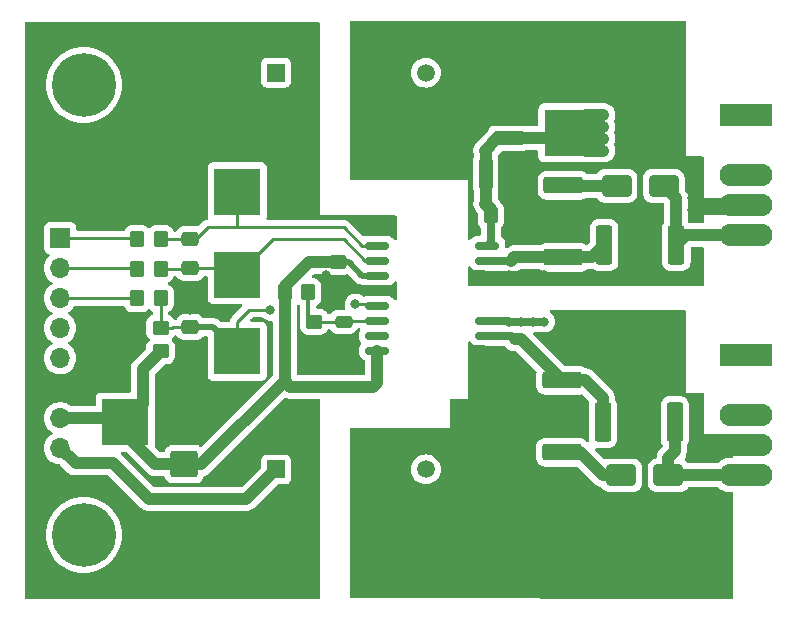
<source format=gtl>
G04 #@! TF.GenerationSoftware,KiCad,Pcbnew,8.0.9-8.0.9-0~ubuntu22.04.1*
G04 #@! TF.CreationDate,2025-04-03T00:10:19-07:00*
G04 #@! TF.ProjectId,HBD1E,48424431-452e-46b6-9963-61645f706362,rev?*
G04 #@! TF.SameCoordinates,Original*
G04 #@! TF.FileFunction,Copper,L1,Top*
G04 #@! TF.FilePolarity,Positive*
%FSLAX46Y46*%
G04 Gerber Fmt 4.6, Leading zero omitted, Abs format (unit mm)*
G04 Created by KiCad (PCBNEW 8.0.9-8.0.9-0~ubuntu22.04.1) date 2025-04-03 00:10:19*
%MOMM*%
%LPD*%
G01*
G04 APERTURE LIST*
G04 Aperture macros list*
%AMRoundRect*
0 Rectangle with rounded corners*
0 $1 Rounding radius*
0 $2 $3 $4 $5 $6 $7 $8 $9 X,Y pos of 4 corners*
0 Add a 4 corners polygon primitive as box body*
4,1,4,$2,$3,$4,$5,$6,$7,$8,$9,$2,$3,0*
0 Add four circle primitives for the rounded corners*
1,1,$1+$1,$2,$3*
1,1,$1+$1,$4,$5*
1,1,$1+$1,$6,$7*
1,1,$1+$1,$8,$9*
0 Add four rect primitives between the rounded corners*
20,1,$1+$1,$2,$3,$4,$5,0*
20,1,$1+$1,$4,$5,$6,$7,0*
20,1,$1+$1,$6,$7,$8,$9,0*
20,1,$1+$1,$8,$9,$2,$3,0*%
G04 Aperture macros list end*
G04 #@! TA.AperFunction,SMDPad,CuDef*
%ADD10RoundRect,0.250000X0.350000X0.450000X-0.350000X0.450000X-0.350000X-0.450000X0.350000X-0.450000X0*%
G04 #@! TD*
G04 #@! TA.AperFunction,SMDPad,CuDef*
%ADD11R,4.000000X4.000000*%
G04 #@! TD*
G04 #@! TA.AperFunction,ComponentPad*
%ADD12C,3.100000*%
G04 #@! TD*
G04 #@! TA.AperFunction,ConnectorPad*
%ADD13C,5.400000*%
G04 #@! TD*
G04 #@! TA.AperFunction,ComponentPad*
%ADD14R,4.500000X1.905000*%
G04 #@! TD*
G04 #@! TA.AperFunction,ComponentPad*
%ADD15O,4.500000X1.905000*%
G04 #@! TD*
G04 #@! TA.AperFunction,SMDPad,CuDef*
%ADD16RoundRect,0.250000X-0.475000X0.337500X-0.475000X-0.337500X0.475000X-0.337500X0.475000X0.337500X0*%
G04 #@! TD*
G04 #@! TA.AperFunction,SMDPad,CuDef*
%ADD17RoundRect,0.250000X0.925000X-0.875000X0.925000X0.875000X-0.925000X0.875000X-0.925000X-0.875000X0*%
G04 #@! TD*
G04 #@! TA.AperFunction,SMDPad,CuDef*
%ADD18RoundRect,0.250000X-1.000000X-0.650000X1.000000X-0.650000X1.000000X0.650000X-1.000000X0.650000X0*%
G04 #@! TD*
G04 #@! TA.AperFunction,SMDPad,CuDef*
%ADD19RoundRect,0.249999X0.450001X1.425001X-0.450001X1.425001X-0.450001X-1.425001X0.450001X-1.425001X0*%
G04 #@! TD*
G04 #@! TA.AperFunction,SMDPad,CuDef*
%ADD20RoundRect,0.249999X-1.425001X0.450001X-1.425001X-0.450001X1.425001X-0.450001X1.425001X0.450001X0*%
G04 #@! TD*
G04 #@! TA.AperFunction,SMDPad,CuDef*
%ADD21RoundRect,0.250000X0.475000X-0.337500X0.475000X0.337500X-0.475000X0.337500X-0.475000X-0.337500X0*%
G04 #@! TD*
G04 #@! TA.AperFunction,SMDPad,CuDef*
%ADD22RoundRect,0.250000X0.475000X-0.250000X0.475000X0.250000X-0.475000X0.250000X-0.475000X-0.250000X0*%
G04 #@! TD*
G04 #@! TA.AperFunction,ComponentPad*
%ADD23R,1.500000X1.500000*%
G04 #@! TD*
G04 #@! TA.AperFunction,ComponentPad*
%ADD24C,1.500000*%
G04 #@! TD*
G04 #@! TA.AperFunction,SMDPad,CuDef*
%ADD25RoundRect,0.250000X-0.450000X0.350000X-0.450000X-0.350000X0.450000X-0.350000X0.450000X0.350000X0*%
G04 #@! TD*
G04 #@! TA.AperFunction,SMDPad,CuDef*
%ADD26RoundRect,0.250000X1.100000X-0.325000X1.100000X0.325000X-1.100000X0.325000X-1.100000X-0.325000X0*%
G04 #@! TD*
G04 #@! TA.AperFunction,SMDPad,CuDef*
%ADD27RoundRect,0.249999X1.425001X-0.450001X1.425001X0.450001X-1.425001X0.450001X-1.425001X-0.450001X0*%
G04 #@! TD*
G04 #@! TA.AperFunction,SMDPad,CuDef*
%ADD28RoundRect,0.250000X-0.325000X-1.100000X0.325000X-1.100000X0.325000X1.100000X-0.325000X1.100000X0*%
G04 #@! TD*
G04 #@! TA.AperFunction,ComponentPad*
%ADD29R,1.700000X1.700000*%
G04 #@! TD*
G04 #@! TA.AperFunction,ComponentPad*
%ADD30O,1.700000X1.700000*%
G04 #@! TD*
G04 #@! TA.AperFunction,SMDPad,CuDef*
%ADD31RoundRect,0.250000X-0.337500X-0.475000X0.337500X-0.475000X0.337500X0.475000X-0.337500X0.475000X0*%
G04 #@! TD*
G04 #@! TA.AperFunction,SMDPad,CuDef*
%ADD32RoundRect,0.150000X-0.875000X-0.150000X0.875000X-0.150000X0.875000X0.150000X-0.875000X0.150000X0*%
G04 #@! TD*
G04 #@! TA.AperFunction,ViaPad*
%ADD33C,0.800000*%
G04 #@! TD*
G04 #@! TA.AperFunction,Conductor*
%ADD34C,0.300000*%
G04 #@! TD*
G04 #@! TA.AperFunction,Conductor*
%ADD35C,0.500000*%
G04 #@! TD*
G04 #@! TA.AperFunction,Conductor*
%ADD36C,0.250000*%
G04 #@! TD*
G04 #@! TA.AperFunction,Conductor*
%ADD37C,1.000000*%
G04 #@! TD*
G04 #@! TA.AperFunction,Conductor*
%ADD38C,0.700000*%
G04 #@! TD*
G04 APERTURE END LIST*
D10*
X63000000Y-64000000D03*
X61000000Y-64000000D03*
D11*
X85000000Y-50500000D03*
D12*
X44000000Y-84550000D03*
D13*
X44000000Y-84550000D03*
D14*
X100040000Y-49000000D03*
D15*
X100040000Y-54080000D03*
X100040000Y-56620000D03*
X100040000Y-59160000D03*
D16*
X53000000Y-66962500D03*
X53000000Y-69037500D03*
D17*
X52500000Y-78550000D03*
X52500000Y-73450000D03*
D10*
X50500000Y-64500000D03*
X48500000Y-64500000D03*
D14*
X100040000Y-69310000D03*
D15*
X100040000Y-74390000D03*
X100040000Y-76930000D03*
X100040000Y-79470000D03*
D12*
X44000000Y-46450000D03*
D13*
X44000000Y-46450000D03*
D18*
X89110000Y-55000000D03*
X93110000Y-55000000D03*
D11*
X47500000Y-75000000D03*
X57000000Y-55500000D03*
D10*
X50500000Y-62000000D03*
X48500000Y-62000000D03*
D19*
X94050000Y-75000000D03*
X87950000Y-75000000D03*
D18*
X89500000Y-79500000D03*
X93500000Y-79500000D03*
D11*
X57000000Y-62500000D03*
D20*
X84610000Y-54950000D03*
X84610000Y-61050000D03*
D21*
X53000000Y-59500000D03*
X53000000Y-57425000D03*
D22*
X66000000Y-68400000D03*
X66000000Y-66500000D03*
D16*
X53000000Y-61962500D03*
X53000000Y-64037500D03*
D23*
X60262500Y-79000000D03*
D24*
X62802500Y-79000000D03*
X67882500Y-79000000D03*
X72962500Y-79000000D03*
D25*
X63500000Y-66500000D03*
X63500000Y-68500000D03*
D16*
X65500000Y-61462500D03*
X65500000Y-63537500D03*
D26*
X80000000Y-50975000D03*
X80000000Y-48025000D03*
D27*
X84500000Y-77550000D03*
X84500000Y-71450000D03*
D28*
X78025000Y-54000000D03*
X80975000Y-54000000D03*
D29*
X42000000Y-59420000D03*
D30*
X42000000Y-61960000D03*
X42000000Y-64500000D03*
X42000000Y-67040000D03*
X42000000Y-69580000D03*
X42000000Y-72120000D03*
X42000000Y-74660000D03*
X42000000Y-77200000D03*
D31*
X78462500Y-57500000D03*
X80537500Y-57500000D03*
D32*
X68850000Y-60055000D03*
X68850000Y-61325000D03*
X68850000Y-62595000D03*
X68850000Y-63865000D03*
X68850000Y-65135000D03*
X68850000Y-66405000D03*
X68850000Y-67675000D03*
X68850000Y-68945000D03*
X78150000Y-68945000D03*
X78150000Y-67675000D03*
X78150000Y-66405000D03*
X78150000Y-62595000D03*
X78150000Y-61325000D03*
X78150000Y-60055000D03*
D23*
X60262500Y-45407500D03*
D24*
X62802500Y-45407500D03*
X67882500Y-45407500D03*
X72962500Y-45407500D03*
D25*
X50500000Y-67000000D03*
X50500000Y-69000000D03*
D11*
X57000000Y-69000000D03*
D10*
X50500000Y-59500000D03*
X48500000Y-59500000D03*
D19*
X94160000Y-60000000D03*
X88060000Y-60000000D03*
D33*
X64500000Y-62562500D03*
X63500000Y-70000000D03*
X55000000Y-73500000D03*
X46500000Y-66000000D03*
X51000000Y-57500000D03*
X46500000Y-69000000D03*
X46500000Y-70500000D03*
X53000000Y-65500000D03*
X46500000Y-67500000D03*
X64500000Y-64500000D03*
X53000000Y-70500000D03*
X59800000Y-65500000D03*
X67000000Y-65000000D03*
X83000000Y-66500000D03*
X80000000Y-66500000D03*
X81000000Y-66500000D03*
X82000000Y-66500000D03*
X88000000Y-50000000D03*
X88000000Y-49000000D03*
X88000000Y-52000000D03*
X88000000Y-51000000D03*
X96000000Y-76000000D03*
X90000000Y-83000000D03*
X96000000Y-78000000D03*
X88000000Y-83000000D03*
X91000000Y-83000000D03*
X96000000Y-77000000D03*
X89000000Y-83000000D03*
X95500000Y-57000000D03*
X79998226Y-62511909D03*
X82000000Y-56000000D03*
X82000000Y-57500000D03*
X83000000Y-62500000D03*
X81000000Y-62500000D03*
X95500000Y-54000000D03*
X82000000Y-62500000D03*
X95500000Y-55000000D03*
X95500000Y-56000000D03*
D34*
X63000000Y-64000000D02*
X63000000Y-66000000D01*
X63000000Y-66000000D02*
X63500000Y-66500000D01*
D35*
X65475000Y-63537500D02*
X64500000Y-62562500D01*
X65500000Y-63537500D02*
X65475000Y-63537500D01*
X68850000Y-63865000D02*
X65827500Y-63865000D01*
D36*
X53000000Y-57425000D02*
X53075000Y-57425000D01*
X63500000Y-68500000D02*
X63500000Y-70000000D01*
D37*
X46500000Y-70500000D02*
X46500000Y-69000000D01*
D35*
X51075000Y-57425000D02*
X51000000Y-57500000D01*
D37*
X46500000Y-69000000D02*
X46500000Y-67500000D01*
D36*
X53000000Y-64037500D02*
X53000000Y-65500000D01*
D35*
X65500000Y-63537500D02*
X65462500Y-63537500D01*
X53000000Y-57425000D02*
X51075000Y-57425000D01*
D37*
X43380000Y-72120000D02*
X45000000Y-70500000D01*
D35*
X65827500Y-63865000D02*
X65500000Y-63537500D01*
D36*
X53000000Y-69037500D02*
X53000000Y-70500000D01*
X63600000Y-68400000D02*
X63500000Y-68500000D01*
D37*
X52500000Y-71000000D02*
X53000000Y-70500000D01*
X46500000Y-67500000D02*
X46500000Y-66000000D01*
D35*
X65462500Y-63537500D02*
X64500000Y-64500000D01*
D37*
X45000000Y-70500000D02*
X46500000Y-70500000D01*
D36*
X66000000Y-68400000D02*
X63600000Y-68400000D01*
D37*
X52500000Y-73450000D02*
X54950000Y-73450000D01*
X42000000Y-72120000D02*
X43380000Y-72120000D01*
X54950000Y-73450000D02*
X55000000Y-73500000D01*
X52500000Y-73450000D02*
X52500000Y-71000000D01*
D36*
X57000000Y-58500000D02*
X66000000Y-58500000D01*
X54500000Y-58500000D02*
X57000000Y-58500000D01*
X53500000Y-59500000D02*
X54500000Y-58500000D01*
X66000000Y-58500000D02*
X67555000Y-60055000D01*
X67555000Y-60055000D02*
X68850000Y-60055000D01*
X53000000Y-59500000D02*
X53500000Y-59500000D01*
X50500000Y-59500000D02*
X53000000Y-59500000D01*
X57000000Y-55500000D02*
X57000000Y-58500000D01*
D35*
X67595000Y-62595000D02*
X66462500Y-61462500D01*
D37*
X49000000Y-70500000D02*
X50500000Y-69000000D01*
X68850000Y-68945000D02*
X68850000Y-71650000D01*
X68500000Y-72000000D02*
X61500000Y-72000000D01*
X61000000Y-71500000D02*
X61000000Y-71000000D01*
X68850000Y-71650000D02*
X68500000Y-72000000D01*
X50050000Y-78550000D02*
X52500000Y-78550000D01*
X47500000Y-75000000D02*
X49000000Y-73500000D01*
X47500000Y-75000000D02*
X47500000Y-76000000D01*
X52500000Y-78550000D02*
X53950000Y-78550000D01*
X47160000Y-74660000D02*
X47500000Y-75000000D01*
D35*
X66462500Y-61462500D02*
X65500000Y-61462500D01*
D37*
X49000000Y-73500000D02*
X49000000Y-70500000D01*
X63037500Y-61462500D02*
X65500000Y-61462500D01*
X53950000Y-78550000D02*
X61000000Y-71500000D01*
X61000000Y-71000000D02*
X61000000Y-63500000D01*
X61500000Y-72000000D02*
X61000000Y-71500000D01*
X47500000Y-76000000D02*
X50050000Y-78550000D01*
X42000000Y-74660000D02*
X47160000Y-74660000D01*
X61000000Y-63500000D02*
X63037500Y-61462500D01*
D35*
X68850000Y-62595000D02*
X67595000Y-62595000D01*
D36*
X52962500Y-62000000D02*
X53000000Y-61962500D01*
X53000000Y-61962500D02*
X56462500Y-61962500D01*
X50500000Y-62000000D02*
X52962500Y-62000000D01*
X57000000Y-62500000D02*
X57500000Y-62500000D01*
X57000000Y-62500000D02*
X60000000Y-59500000D01*
X66000000Y-59500000D02*
X67825000Y-61325000D01*
X60000000Y-59500000D02*
X66000000Y-59500000D01*
X56462500Y-61962500D02*
X57000000Y-62500000D01*
X67825000Y-61325000D02*
X68850000Y-61325000D01*
X57000000Y-66500000D02*
X57500000Y-66000000D01*
X51537500Y-66962500D02*
X53000000Y-66962500D01*
D35*
X54962500Y-66962500D02*
X57000000Y-69000000D01*
D36*
X68715000Y-65000000D02*
X68850000Y-65135000D01*
X50500000Y-64500000D02*
X50500000Y-67000000D01*
X57000000Y-69000000D02*
X57000000Y-66500000D01*
X50500000Y-67000000D02*
X51500000Y-67000000D01*
X67000000Y-65000000D02*
X68715000Y-65000000D01*
D35*
X53000000Y-66962500D02*
X54962500Y-66962500D01*
D36*
X57500000Y-66000000D02*
X58000000Y-65500000D01*
X51500000Y-67000000D02*
X51537500Y-66962500D01*
X58000000Y-65500000D02*
X59800000Y-65500000D01*
X68850000Y-66405000D02*
X66095000Y-66405000D01*
X66000000Y-66500000D02*
X63500000Y-66500000D01*
X66095000Y-66405000D02*
X66000000Y-66500000D01*
D37*
X57762500Y-81500000D02*
X60262500Y-79000000D01*
X49500000Y-81500000D02*
X57762500Y-81500000D01*
X43300000Y-78500000D02*
X46500000Y-78500000D01*
X42000000Y-77200000D02*
X43300000Y-78500000D01*
X46500000Y-78500000D02*
X49500000Y-81500000D01*
D38*
X81000000Y-66500000D02*
X82000000Y-66500000D01*
X78150000Y-66405000D02*
X79905000Y-66405000D01*
X79905000Y-66405000D02*
X80000000Y-66500000D01*
X82000000Y-66500000D02*
X83000000Y-66500000D01*
X80000000Y-66500000D02*
X81000000Y-66500000D01*
D37*
X78025000Y-56475000D02*
X78025000Y-54000000D01*
D38*
X78462500Y-59742500D02*
X78150000Y-60055000D01*
D37*
X78000000Y-56500000D02*
X78025000Y-56475000D01*
X78025000Y-54000000D02*
X78025000Y-52025000D01*
X86500000Y-49000000D02*
X88000000Y-49000000D01*
X86500000Y-49000000D02*
X85000000Y-50500000D01*
X85500000Y-50000000D02*
X88000000Y-50000000D01*
X85500000Y-51000000D02*
X88000000Y-51000000D01*
X86500000Y-52000000D02*
X88000000Y-52000000D01*
X86500000Y-52000000D02*
X85000000Y-50500000D01*
X84525000Y-50975000D02*
X85000000Y-50500000D01*
X85000000Y-50500000D02*
X85500000Y-50000000D01*
X78462500Y-57500000D02*
X78462500Y-56962500D01*
X78000000Y-52000000D02*
X79025000Y-50975000D01*
X78025000Y-52025000D02*
X78000000Y-52000000D01*
X85000000Y-50500000D02*
X85500000Y-51000000D01*
D38*
X78462500Y-57500000D02*
X78462500Y-59742500D01*
D37*
X79025000Y-50975000D02*
X80000000Y-50975000D01*
X80000000Y-50975000D02*
X84525000Y-50975000D01*
X78462500Y-56962500D02*
X78000000Y-56500000D01*
X89110000Y-55000000D02*
X84660000Y-55000000D01*
X84660000Y-55000000D02*
X84610000Y-54950000D01*
X88000000Y-79500000D02*
X86050000Y-77550000D01*
X89500000Y-79500000D02*
X88000000Y-79500000D01*
X86050000Y-77550000D02*
X84500000Y-77550000D01*
D36*
X48460000Y-61960000D02*
X48500000Y-62000000D01*
X42000000Y-61960000D02*
X48460000Y-61960000D01*
X42000000Y-64500000D02*
X48500000Y-64500000D01*
X48420000Y-59420000D02*
X48500000Y-59500000D01*
X42000000Y-59420000D02*
X48420000Y-59420000D01*
D38*
X78150000Y-61325000D02*
X80175000Y-61325000D01*
D37*
X87010000Y-61050000D02*
X88060000Y-60000000D01*
X84610000Y-61050000D02*
X80450000Y-61050000D01*
X84610000Y-61050000D02*
X87010000Y-61050000D01*
X80450000Y-61050000D02*
X80175000Y-61325000D01*
X81050000Y-68000000D02*
X80500000Y-68000000D01*
D38*
X78150000Y-67675000D02*
X80175000Y-67675000D01*
D37*
X87950000Y-72950000D02*
X87950000Y-75000000D01*
X86450000Y-71450000D02*
X87950000Y-72950000D01*
D38*
X80175000Y-67675000D02*
X80500000Y-68000000D01*
D37*
X84500000Y-71450000D02*
X86450000Y-71450000D01*
X84500000Y-71450000D02*
X81050000Y-68000000D01*
D35*
X99500000Y-77000000D02*
X96000000Y-77000000D01*
X96000000Y-77000000D02*
X96000000Y-78000000D01*
X96000000Y-77000000D02*
X96000000Y-76000000D01*
D38*
X79998226Y-62511909D02*
X80988091Y-62511909D01*
X99500000Y-56620000D02*
X95880000Y-56620000D01*
X82000000Y-62500000D02*
X83000000Y-62500000D01*
X79915135Y-62595000D02*
X79998226Y-62511909D01*
X80975000Y-54975000D02*
X82000000Y-56000000D01*
X95880000Y-56620000D02*
X95500000Y-57000000D01*
X80988091Y-62511909D02*
X81000000Y-62500000D01*
X95500000Y-54000000D02*
X95500000Y-55000000D01*
X95580000Y-54080000D02*
X95500000Y-54000000D01*
X95500000Y-56000000D02*
X95500000Y-57000000D01*
X78150000Y-62595000D02*
X79915135Y-62595000D01*
X80975000Y-54000000D02*
X80975000Y-54975000D01*
X81000000Y-62500000D02*
X82000000Y-62500000D01*
X95500000Y-55000000D02*
X95500000Y-56000000D01*
X80537500Y-57500000D02*
X82000000Y-57500000D01*
D37*
X100040000Y-59160000D02*
X95000000Y-59160000D01*
X94160000Y-60000000D02*
X94160000Y-56050000D01*
X94160000Y-56050000D02*
X93110000Y-55000000D01*
X95000000Y-59160000D02*
X94160000Y-60000000D01*
X93500000Y-79500000D02*
X93500000Y-78000000D01*
X99460000Y-79500000D02*
X99500000Y-79540000D01*
D36*
X99160000Y-79880000D02*
X99500000Y-79540000D01*
D37*
X93500000Y-79500000D02*
X99460000Y-79500000D01*
X93500000Y-78000000D02*
X94050000Y-77450000D01*
X94050000Y-77450000D02*
X94050000Y-75000000D01*
G04 #@! TA.AperFunction,Conductor*
G36*
X63943039Y-41119685D02*
G01*
X63988794Y-41172489D01*
X64000000Y-41224000D01*
X64000000Y-57500000D01*
X70376000Y-57500000D01*
X70443039Y-57519685D01*
X70488794Y-57572489D01*
X70500000Y-57624000D01*
X70500000Y-59468577D01*
X70480315Y-59535616D01*
X70427511Y-59581371D01*
X70358353Y-59591315D01*
X70294797Y-59562290D01*
X70269268Y-59531698D01*
X70249455Y-59498196D01*
X70249448Y-59498187D01*
X70131812Y-59380551D01*
X70131803Y-59380544D01*
X69988601Y-59295855D01*
X69988596Y-59295853D01*
X69828835Y-59249438D01*
X69828829Y-59249437D01*
X69791507Y-59246500D01*
X69791502Y-59246500D01*
X67908498Y-59246500D01*
X67908492Y-59246500D01*
X67871170Y-59249437D01*
X67766600Y-59279817D01*
X67696730Y-59279616D01*
X67644325Y-59248421D01*
X66403836Y-58007931D01*
X66403832Y-58007928D01*
X66300081Y-57938603D01*
X66300072Y-57938598D01*
X66184785Y-57890845D01*
X66184777Y-57890843D01*
X66062398Y-57866500D01*
X66062394Y-57866500D01*
X59584615Y-57866500D01*
X59517576Y-57846815D01*
X59471821Y-57794011D01*
X59461877Y-57724853D01*
X59468434Y-57699165D01*
X59501988Y-57609204D01*
X59501988Y-57609203D01*
X59501989Y-57609201D01*
X59505936Y-57572489D01*
X59508499Y-57548654D01*
X59508500Y-57548637D01*
X59508500Y-53451362D01*
X59508499Y-53451345D01*
X59505157Y-53420270D01*
X59501989Y-53390799D01*
X59450889Y-53253796D01*
X59363261Y-53136739D01*
X59246204Y-53049111D01*
X59109203Y-52998011D01*
X59048654Y-52991500D01*
X59048638Y-52991500D01*
X54951362Y-52991500D01*
X54951345Y-52991500D01*
X54890797Y-52998011D01*
X54890795Y-52998011D01*
X54753795Y-53049111D01*
X54636739Y-53136739D01*
X54549111Y-53253795D01*
X54498011Y-53390795D01*
X54498011Y-53390797D01*
X54491500Y-53451345D01*
X54491500Y-57548654D01*
X54498011Y-57609202D01*
X54498012Y-57609207D01*
X54532257Y-57701019D01*
X54537242Y-57770710D01*
X54503758Y-57832034D01*
X54442435Y-57865519D01*
X54440267Y-57865970D01*
X54315219Y-57890843D01*
X54315214Y-57890845D01*
X54281448Y-57904829D01*
X54281449Y-57904830D01*
X54199926Y-57938598D01*
X54199922Y-57938600D01*
X54096171Y-58007924D01*
X54096163Y-58007930D01*
X53725580Y-58378514D01*
X53664257Y-58411999D01*
X53625296Y-58414191D01*
X53525545Y-58404000D01*
X52474462Y-58404000D01*
X52474446Y-58404001D01*
X52370572Y-58414613D01*
X52202264Y-58470384D01*
X52202259Y-58470386D01*
X52051346Y-58563471D01*
X51925970Y-58688847D01*
X51925967Y-58688851D01*
X51852724Y-58807597D01*
X51800776Y-58854322D01*
X51747186Y-58866500D01*
X51677795Y-58866500D01*
X51610756Y-58846815D01*
X51565001Y-58794011D01*
X51560089Y-58781503D01*
X51542117Y-58727266D01*
X51542115Y-58727262D01*
X51449030Y-58576348D01*
X51323652Y-58450970D01*
X51172738Y-58357885D01*
X51172735Y-58357884D01*
X51004427Y-58302113D01*
X50900546Y-58291500D01*
X50099462Y-58291500D01*
X50099446Y-58291501D01*
X49995572Y-58302113D01*
X49827264Y-58357884D01*
X49827259Y-58357886D01*
X49676346Y-58450971D01*
X49587681Y-58539637D01*
X49526358Y-58573122D01*
X49456666Y-58568138D01*
X49412319Y-58539637D01*
X49323653Y-58450971D01*
X49323652Y-58450970D01*
X49172738Y-58357885D01*
X49172735Y-58357884D01*
X49004427Y-58302113D01*
X48900546Y-58291500D01*
X48099462Y-58291500D01*
X48099446Y-58291501D01*
X47995572Y-58302113D01*
X47827264Y-58357884D01*
X47827259Y-58357886D01*
X47676346Y-58450971D01*
X47550971Y-58576346D01*
X47550970Y-58576348D01*
X47457885Y-58727262D01*
X47457884Y-58727264D01*
X47457679Y-58727597D01*
X47405731Y-58774321D01*
X47352140Y-58786500D01*
X43482500Y-58786500D01*
X43415461Y-58766815D01*
X43369706Y-58714011D01*
X43358500Y-58662500D01*
X43358500Y-58521362D01*
X43358499Y-58521345D01*
X43355157Y-58490270D01*
X43351989Y-58460799D01*
X43348323Y-58450971D01*
X43313604Y-58357886D01*
X43300889Y-58323796D01*
X43213261Y-58206739D01*
X43096204Y-58119111D01*
X42959203Y-58068011D01*
X42898654Y-58061500D01*
X42898638Y-58061500D01*
X41101362Y-58061500D01*
X41101345Y-58061500D01*
X41040797Y-58068011D01*
X41040795Y-58068011D01*
X40903795Y-58119111D01*
X40786739Y-58206739D01*
X40699111Y-58323795D01*
X40648011Y-58460795D01*
X40648011Y-58460797D01*
X40641500Y-58521345D01*
X40641500Y-60318654D01*
X40648011Y-60379202D01*
X40648011Y-60379204D01*
X40690365Y-60492756D01*
X40699111Y-60516204D01*
X40786739Y-60633261D01*
X40903796Y-60720889D01*
X40955737Y-60740262D01*
X41021595Y-60764827D01*
X41077528Y-60806699D01*
X41101944Y-60872163D01*
X41087092Y-60940436D01*
X41069490Y-60964991D01*
X40924279Y-61122730D01*
X40924276Y-61122734D01*
X40801140Y-61311207D01*
X40710703Y-61517385D01*
X40655436Y-61735628D01*
X40655434Y-61735640D01*
X40636844Y-61959994D01*
X40636844Y-61960005D01*
X40655434Y-62184359D01*
X40655436Y-62184371D01*
X40710703Y-62402614D01*
X40801140Y-62608792D01*
X40924276Y-62797265D01*
X40924284Y-62797276D01*
X41065772Y-62950970D01*
X41076760Y-62962906D01*
X41254424Y-63101189D01*
X41254429Y-63101191D01*
X41254431Y-63101193D01*
X41290930Y-63120946D01*
X41340520Y-63170165D01*
X41355628Y-63238382D01*
X41331457Y-63303937D01*
X41290930Y-63339054D01*
X41254431Y-63358806D01*
X41254422Y-63358812D01*
X41076761Y-63497092D01*
X41076756Y-63497097D01*
X40924284Y-63662723D01*
X40924276Y-63662734D01*
X40801140Y-63851207D01*
X40710703Y-64057385D01*
X40655436Y-64275628D01*
X40655434Y-64275640D01*
X40636844Y-64499994D01*
X40636844Y-64500005D01*
X40655434Y-64724359D01*
X40655436Y-64724371D01*
X40710703Y-64942614D01*
X40801140Y-65148792D01*
X40924276Y-65337265D01*
X40924284Y-65337276D01*
X41076756Y-65502902D01*
X41076761Y-65502907D01*
X41083212Y-65507928D01*
X41254424Y-65641189D01*
X41254429Y-65641191D01*
X41254431Y-65641193D01*
X41290930Y-65660946D01*
X41340520Y-65710165D01*
X41355628Y-65778382D01*
X41331457Y-65843937D01*
X41290930Y-65879054D01*
X41254431Y-65898806D01*
X41254422Y-65898812D01*
X41076761Y-66037092D01*
X41076756Y-66037097D01*
X40924284Y-66202723D01*
X40924276Y-66202734D01*
X40801140Y-66391207D01*
X40710703Y-66597385D01*
X40655436Y-66815628D01*
X40655434Y-66815640D01*
X40636844Y-67039994D01*
X40636844Y-67040005D01*
X40655434Y-67264359D01*
X40655436Y-67264371D01*
X40710703Y-67482614D01*
X40801140Y-67688792D01*
X40924276Y-67877265D01*
X40924284Y-67877276D01*
X41076756Y-68042902D01*
X41076761Y-68042907D01*
X41096795Y-68058500D01*
X41254424Y-68181189D01*
X41254429Y-68181191D01*
X41254431Y-68181193D01*
X41290930Y-68200946D01*
X41340520Y-68250165D01*
X41355628Y-68318382D01*
X41331457Y-68383937D01*
X41290930Y-68419054D01*
X41254431Y-68438806D01*
X41254422Y-68438812D01*
X41076761Y-68577092D01*
X41076756Y-68577097D01*
X40924284Y-68742723D01*
X40924276Y-68742734D01*
X40801140Y-68931207D01*
X40710703Y-69137385D01*
X40655436Y-69355628D01*
X40655434Y-69355640D01*
X40636844Y-69579994D01*
X40636844Y-69580005D01*
X40655434Y-69804359D01*
X40655436Y-69804371D01*
X40710703Y-70022614D01*
X40801140Y-70228792D01*
X40924276Y-70417265D01*
X40924284Y-70417276D01*
X41076756Y-70582902D01*
X41076760Y-70582906D01*
X41254424Y-70721189D01*
X41254425Y-70721189D01*
X41254427Y-70721191D01*
X41381135Y-70789761D01*
X41452426Y-70828342D01*
X41665365Y-70901444D01*
X41887431Y-70938500D01*
X42112569Y-70938500D01*
X42334635Y-70901444D01*
X42547574Y-70828342D01*
X42745576Y-70721189D01*
X42923240Y-70582906D01*
X43075722Y-70417268D01*
X43198860Y-70228791D01*
X43289296Y-70022616D01*
X43344564Y-69804368D01*
X43351833Y-69716647D01*
X43363156Y-69580005D01*
X43363156Y-69579994D01*
X43344565Y-69355640D01*
X43344563Y-69355628D01*
X43341876Y-69345018D01*
X43289296Y-69137384D01*
X43198860Y-68931209D01*
X43075722Y-68742732D01*
X43075719Y-68742729D01*
X43075715Y-68742723D01*
X42923243Y-68577097D01*
X42923238Y-68577092D01*
X42745577Y-68438812D01*
X42745578Y-68438812D01*
X42745576Y-68438811D01*
X42709070Y-68419055D01*
X42659479Y-68369836D01*
X42644371Y-68301619D01*
X42668541Y-68236064D01*
X42709070Y-68200945D01*
X42709084Y-68200936D01*
X42745576Y-68181189D01*
X42923240Y-68042906D01*
X43043455Y-67912319D01*
X43075715Y-67877276D01*
X43075716Y-67877274D01*
X43075722Y-67877268D01*
X43198860Y-67688791D01*
X43289296Y-67482616D01*
X43344564Y-67264368D01*
X43347938Y-67223648D01*
X43363156Y-67040005D01*
X43363156Y-67039994D01*
X43344565Y-66815640D01*
X43344563Y-66815628D01*
X43328905Y-66753795D01*
X43289296Y-66597384D01*
X43198860Y-66391209D01*
X43157079Y-66327259D01*
X43075723Y-66202734D01*
X43075715Y-66202723D01*
X42923243Y-66037097D01*
X42923238Y-66037092D01*
X42789352Y-65932884D01*
X42745576Y-65898811D01*
X42709070Y-65879055D01*
X42659479Y-65829836D01*
X42644371Y-65761619D01*
X42668541Y-65696064D01*
X42709070Y-65660945D01*
X42709084Y-65660936D01*
X42745576Y-65641189D01*
X42923240Y-65502906D01*
X43043919Y-65371815D01*
X43075715Y-65337276D01*
X43075716Y-65337274D01*
X43075722Y-65337268D01*
X43161491Y-65205989D01*
X43172148Y-65189678D01*
X43225294Y-65144321D01*
X43275956Y-65133500D01*
X47322205Y-65133500D01*
X47389244Y-65153185D01*
X47434999Y-65205989D01*
X47439911Y-65218497D01*
X47457882Y-65272733D01*
X47457884Y-65272737D01*
X47457885Y-65272738D01*
X47550970Y-65423652D01*
X47676348Y-65549030D01*
X47827262Y-65642115D01*
X47995574Y-65697887D01*
X48099455Y-65708500D01*
X48900544Y-65708499D01*
X49004426Y-65697887D01*
X49172738Y-65642115D01*
X49323652Y-65549030D01*
X49412319Y-65460363D01*
X49473642Y-65426878D01*
X49543334Y-65431862D01*
X49587681Y-65460363D01*
X49676348Y-65549030D01*
X49807597Y-65629985D01*
X49854321Y-65681932D01*
X49866500Y-65735523D01*
X49866500Y-65822205D01*
X49846815Y-65889244D01*
X49794011Y-65934999D01*
X49781511Y-65939908D01*
X49727262Y-65957885D01*
X49727259Y-65957886D01*
X49576346Y-66050971D01*
X49450971Y-66176346D01*
X49357886Y-66327259D01*
X49357884Y-66327264D01*
X49302113Y-66495572D01*
X49291500Y-66599447D01*
X49291500Y-67400537D01*
X49291501Y-67400553D01*
X49302113Y-67504427D01*
X49357884Y-67672735D01*
X49357886Y-67672740D01*
X49450971Y-67823653D01*
X49539637Y-67912319D01*
X49573122Y-67973642D01*
X49568138Y-68043334D01*
X49539637Y-68087681D01*
X49450971Y-68176346D01*
X49357886Y-68327259D01*
X49357884Y-68327264D01*
X49302113Y-68495572D01*
X49291500Y-68599447D01*
X49291500Y-68730903D01*
X49271815Y-68797942D01*
X49255180Y-68818584D01*
X48357119Y-69716647D01*
X48320193Y-69753573D01*
X48216645Y-69857120D01*
X48106282Y-70022289D01*
X48106277Y-70022298D01*
X48030256Y-70205830D01*
X48030254Y-70205838D01*
X47991500Y-70400666D01*
X47991500Y-72367500D01*
X47971815Y-72434539D01*
X47919011Y-72480294D01*
X47867500Y-72491500D01*
X45451345Y-72491500D01*
X45390797Y-72498011D01*
X45390795Y-72498011D01*
X45253795Y-72549111D01*
X45136739Y-72636739D01*
X45049111Y-72753795D01*
X44998011Y-72890795D01*
X44998011Y-72890797D01*
X44991500Y-72951345D01*
X44991500Y-73527500D01*
X44971815Y-73594539D01*
X44919011Y-73640294D01*
X44867500Y-73651500D01*
X42958623Y-73651500D01*
X42891584Y-73631815D01*
X42882461Y-73625353D01*
X42745579Y-73518813D01*
X42745570Y-73518807D01*
X42547580Y-73411661D01*
X42547577Y-73411659D01*
X42547574Y-73411658D01*
X42547571Y-73411657D01*
X42547569Y-73411656D01*
X42334637Y-73338556D01*
X42112569Y-73301500D01*
X41887431Y-73301500D01*
X41665362Y-73338556D01*
X41452430Y-73411656D01*
X41452419Y-73411661D01*
X41254427Y-73518808D01*
X41254422Y-73518812D01*
X41076761Y-73657092D01*
X41076756Y-73657097D01*
X40924284Y-73822723D01*
X40924276Y-73822734D01*
X40801140Y-74011207D01*
X40710703Y-74217385D01*
X40655436Y-74435628D01*
X40655434Y-74435640D01*
X40636844Y-74659994D01*
X40636844Y-74660005D01*
X40655434Y-74884359D01*
X40655436Y-74884371D01*
X40710703Y-75102614D01*
X40801140Y-75308792D01*
X40924276Y-75497265D01*
X40924284Y-75497276D01*
X41076756Y-75662902D01*
X41076761Y-75662907D01*
X41109238Y-75688185D01*
X41254424Y-75801189D01*
X41254429Y-75801191D01*
X41254431Y-75801193D01*
X41290930Y-75820946D01*
X41340520Y-75870165D01*
X41355628Y-75938382D01*
X41331457Y-76003937D01*
X41290930Y-76039054D01*
X41254431Y-76058806D01*
X41254422Y-76058812D01*
X41076761Y-76197092D01*
X41076756Y-76197097D01*
X40924284Y-76362723D01*
X40924276Y-76362734D01*
X40801140Y-76551207D01*
X40710703Y-76757385D01*
X40655436Y-76975628D01*
X40655434Y-76975640D01*
X40636844Y-77199994D01*
X40636844Y-77200005D01*
X40655434Y-77424359D01*
X40655436Y-77424371D01*
X40710703Y-77642614D01*
X40801140Y-77848792D01*
X40924276Y-78037265D01*
X40924284Y-78037276D01*
X41076756Y-78202902D01*
X41076760Y-78202906D01*
X41254424Y-78341189D01*
X41254425Y-78341189D01*
X41254427Y-78341191D01*
X41381135Y-78409761D01*
X41452426Y-78448342D01*
X41665365Y-78521444D01*
X41887431Y-78558500D01*
X41887441Y-78558500D01*
X41891008Y-78558796D01*
X41892382Y-78559326D01*
X41892489Y-78559344D01*
X41892485Y-78559365D01*
X41956194Y-78583944D01*
X41968458Y-78594692D01*
X42657115Y-79283351D01*
X42657123Y-79283357D01*
X42822286Y-79393715D01*
X42822290Y-79393717D01*
X42822297Y-79393722D01*
X42914893Y-79432076D01*
X43005831Y-79469744D01*
X43200666Y-79508499D01*
X43200670Y-79508500D01*
X43200671Y-79508500D01*
X43200672Y-79508500D01*
X43399329Y-79508500D01*
X46030904Y-79508500D01*
X46097943Y-79528185D01*
X46118585Y-79544819D01*
X48857115Y-82283351D01*
X48857123Y-82283357D01*
X49022286Y-82393715D01*
X49022289Y-82393716D01*
X49022297Y-82393722D01*
X49129809Y-82438254D01*
X49205831Y-82469744D01*
X49400666Y-82508499D01*
X49400670Y-82508500D01*
X49400671Y-82508500D01*
X57861830Y-82508500D01*
X57861831Y-82508499D01*
X58056669Y-82469744D01*
X58240204Y-82393721D01*
X58405381Y-82283353D01*
X58545853Y-82142881D01*
X60393915Y-80294819D01*
X60455238Y-80261334D01*
X60481596Y-80258500D01*
X61061138Y-80258500D01*
X61061154Y-80258499D01*
X61088192Y-80255591D01*
X61121701Y-80251989D01*
X61258704Y-80200889D01*
X61375761Y-80113261D01*
X61463389Y-79996204D01*
X61514489Y-79859201D01*
X61518091Y-79825692D01*
X61520999Y-79798654D01*
X61521000Y-79798637D01*
X61521000Y-78201362D01*
X61520999Y-78201345D01*
X61517657Y-78170270D01*
X61514489Y-78140799D01*
X61463389Y-78003796D01*
X61375761Y-77886739D01*
X61258704Y-77799111D01*
X61121703Y-77748011D01*
X61061154Y-77741500D01*
X61061138Y-77741500D01*
X59463862Y-77741500D01*
X59463845Y-77741500D01*
X59403297Y-77748011D01*
X59403295Y-77748011D01*
X59266295Y-77799111D01*
X59149239Y-77886739D01*
X59061611Y-78003795D01*
X59010511Y-78140795D01*
X59010511Y-78140797D01*
X59004000Y-78201345D01*
X59004000Y-78780904D01*
X58984315Y-78847943D01*
X58967681Y-78868585D01*
X57381085Y-80455181D01*
X57319762Y-80488666D01*
X57293404Y-80491500D01*
X49969097Y-80491500D01*
X49902058Y-80471815D01*
X49881416Y-80455181D01*
X47146416Y-77720181D01*
X47112931Y-77658858D01*
X47117915Y-77589166D01*
X47159787Y-77533233D01*
X47225251Y-77508816D01*
X47234097Y-77508500D01*
X47530904Y-77508500D01*
X47597943Y-77528185D01*
X47618585Y-77544819D01*
X49407115Y-79333351D01*
X49407123Y-79333357D01*
X49572286Y-79443715D01*
X49572290Y-79443717D01*
X49572297Y-79443722D01*
X49654338Y-79477704D01*
X49755831Y-79519744D01*
X49950666Y-79558499D01*
X49950670Y-79558500D01*
X49950671Y-79558500D01*
X49950672Y-79558500D01*
X50149329Y-79558500D01*
X50730637Y-79558500D01*
X50797676Y-79578185D01*
X50843431Y-79630989D01*
X50848343Y-79643496D01*
X50882885Y-79747738D01*
X50975970Y-79898652D01*
X51101348Y-80024030D01*
X51252262Y-80117115D01*
X51420574Y-80172887D01*
X51524455Y-80183500D01*
X53475544Y-80183499D01*
X53579426Y-80172887D01*
X53747738Y-80117115D01*
X53898652Y-80024030D01*
X54024030Y-79898652D01*
X54117115Y-79747738D01*
X54166694Y-79598116D01*
X54206466Y-79540670D01*
X54239087Y-79523396D01*
X54238540Y-79522075D01*
X54244166Y-79519744D01*
X54244169Y-79519744D01*
X54427704Y-79443721D01*
X54592881Y-79333353D01*
X54733353Y-79192881D01*
X54791912Y-79134322D01*
X54791925Y-79134307D01*
X60970935Y-72955298D01*
X61032256Y-72921815D01*
X61101948Y-72926799D01*
X61106046Y-72928411D01*
X61152073Y-72947476D01*
X61152074Y-72947477D01*
X61170961Y-72955300D01*
X61205831Y-72969744D01*
X61357939Y-73000000D01*
X61400666Y-73008499D01*
X61400670Y-73008500D01*
X63876000Y-73008500D01*
X63943039Y-73028185D01*
X63988794Y-73080989D01*
X64000000Y-73132500D01*
X64000000Y-89876000D01*
X63980315Y-89943039D01*
X63927511Y-89988794D01*
X63876000Y-90000000D01*
X39124000Y-90000000D01*
X39056961Y-89980315D01*
X39011206Y-89927511D01*
X39000000Y-89876000D01*
X39000000Y-84550000D01*
X40786444Y-84550000D01*
X40806649Y-84909799D01*
X40806651Y-84909811D01*
X40867014Y-85265079D01*
X40867016Y-85265088D01*
X40966776Y-85611364D01*
X41104682Y-85944303D01*
X41104684Y-85944307D01*
X41104686Y-85944310D01*
X41279004Y-86259715D01*
X41487541Y-86553619D01*
X41727673Y-86822327D01*
X41996381Y-87062459D01*
X42290285Y-87270996D01*
X42605690Y-87445314D01*
X42605692Y-87445315D01*
X42605696Y-87445317D01*
X42713763Y-87490079D01*
X42938630Y-87583222D01*
X43284917Y-87682985D01*
X43640196Y-87743350D01*
X44000000Y-87763556D01*
X44359804Y-87743350D01*
X44715083Y-87682985D01*
X45061370Y-87583222D01*
X45394310Y-87445314D01*
X45709715Y-87270996D01*
X46003619Y-87062459D01*
X46272327Y-86822327D01*
X46512459Y-86553619D01*
X46720996Y-86259715D01*
X46895314Y-85944310D01*
X47033222Y-85611370D01*
X47132985Y-85265083D01*
X47193350Y-84909804D01*
X47213556Y-84550000D01*
X47193350Y-84190196D01*
X47132985Y-83834917D01*
X47033222Y-83488630D01*
X46940079Y-83263763D01*
X46895317Y-83155696D01*
X46895315Y-83155692D01*
X46720994Y-82840282D01*
X46512459Y-82546381D01*
X46478606Y-82508500D01*
X46272327Y-82277673D01*
X46003619Y-82037541D01*
X46003618Y-82037540D01*
X45709717Y-81829005D01*
X45394307Y-81654684D01*
X45394303Y-81654682D01*
X45163248Y-81558977D01*
X45061370Y-81516778D01*
X45061366Y-81516776D01*
X45061364Y-81516776D01*
X44715088Y-81417016D01*
X44715079Y-81417014D01*
X44359811Y-81356651D01*
X44359799Y-81356649D01*
X44000000Y-81336444D01*
X43640200Y-81356649D01*
X43640188Y-81356651D01*
X43284920Y-81417014D01*
X43284911Y-81417016D01*
X42938635Y-81516776D01*
X42605696Y-81654682D01*
X42605692Y-81654684D01*
X42290282Y-81829005D01*
X41996381Y-82037540D01*
X41727673Y-82277673D01*
X41487540Y-82546381D01*
X41279005Y-82840282D01*
X41104684Y-83155692D01*
X41104682Y-83155696D01*
X40966776Y-83488635D01*
X40867016Y-83834911D01*
X40867014Y-83834920D01*
X40806651Y-84190188D01*
X40806649Y-84190200D01*
X40786444Y-84550000D01*
X39000000Y-84550000D01*
X39000000Y-46450000D01*
X40786444Y-46450000D01*
X40806649Y-46809799D01*
X40806651Y-46809811D01*
X40867014Y-47165079D01*
X40867016Y-47165088D01*
X40966776Y-47511364D01*
X41104682Y-47844303D01*
X41104684Y-47844307D01*
X41104686Y-47844310D01*
X41279004Y-48159715D01*
X41487541Y-48453619D01*
X41727673Y-48722327D01*
X41996381Y-48962459D01*
X42290285Y-49170996D01*
X42605690Y-49345314D01*
X42605692Y-49345315D01*
X42605696Y-49345317D01*
X42713763Y-49390079D01*
X42938630Y-49483222D01*
X43284917Y-49582985D01*
X43640196Y-49643350D01*
X44000000Y-49663556D01*
X44359804Y-49643350D01*
X44715083Y-49582985D01*
X45061370Y-49483222D01*
X45394310Y-49345314D01*
X45709715Y-49170996D01*
X46003619Y-48962459D01*
X46272327Y-48722327D01*
X46512459Y-48453619D01*
X46720996Y-48159715D01*
X46895314Y-47844310D01*
X47033222Y-47511370D01*
X47132985Y-47165083D01*
X47193350Y-46809804D01*
X47213556Y-46450000D01*
X47193350Y-46090196D01*
X47132985Y-45734917D01*
X47033222Y-45388630D01*
X46940079Y-45163763D01*
X46895317Y-45055696D01*
X46895315Y-45055692D01*
X46895314Y-45055690D01*
X46720996Y-44740285D01*
X46627734Y-44608845D01*
X59004000Y-44608845D01*
X59004000Y-46206154D01*
X59010511Y-46266702D01*
X59010511Y-46266704D01*
X59061611Y-46403704D01*
X59149239Y-46520761D01*
X59266296Y-46608389D01*
X59403299Y-46659489D01*
X59430550Y-46662418D01*
X59463845Y-46665999D01*
X59463862Y-46666000D01*
X61061138Y-46666000D01*
X61061154Y-46665999D01*
X61088192Y-46663091D01*
X61121701Y-46659489D01*
X61258704Y-46608389D01*
X61375761Y-46520761D01*
X61463389Y-46403704D01*
X61514489Y-46266701D01*
X61518091Y-46233192D01*
X61520999Y-46206154D01*
X61521000Y-46206137D01*
X61521000Y-44608862D01*
X61520999Y-44608845D01*
X61517657Y-44577770D01*
X61514489Y-44548299D01*
X61463389Y-44411296D01*
X61375761Y-44294239D01*
X61258704Y-44206611D01*
X61121703Y-44155511D01*
X61061154Y-44149000D01*
X61061138Y-44149000D01*
X59463862Y-44149000D01*
X59463845Y-44149000D01*
X59403297Y-44155511D01*
X59403295Y-44155511D01*
X59266295Y-44206611D01*
X59149239Y-44294239D01*
X59061611Y-44411295D01*
X59010511Y-44548295D01*
X59010511Y-44548297D01*
X59004000Y-44608845D01*
X46627734Y-44608845D01*
X46512459Y-44446381D01*
X46272327Y-44177673D01*
X46003619Y-43937541D01*
X46003618Y-43937540D01*
X45709717Y-43729005D01*
X45394307Y-43554684D01*
X45394303Y-43554682D01*
X45163248Y-43458977D01*
X45061370Y-43416778D01*
X45061366Y-43416776D01*
X45061364Y-43416776D01*
X44715088Y-43317016D01*
X44715079Y-43317014D01*
X44359811Y-43256651D01*
X44359799Y-43256649D01*
X44000000Y-43236444D01*
X43640200Y-43256649D01*
X43640188Y-43256651D01*
X43284920Y-43317014D01*
X43284911Y-43317016D01*
X42938635Y-43416776D01*
X42605696Y-43554682D01*
X42605692Y-43554684D01*
X42290282Y-43729005D01*
X41996381Y-43937540D01*
X41727673Y-44177673D01*
X41487540Y-44446381D01*
X41279005Y-44740282D01*
X41104684Y-45055692D01*
X41104682Y-45055696D01*
X40966776Y-45388635D01*
X40867016Y-45734911D01*
X40867014Y-45734920D01*
X40806651Y-46090188D01*
X40806649Y-46090200D01*
X40786444Y-46450000D01*
X39000000Y-46450000D01*
X39000000Y-41224000D01*
X39019685Y-41156961D01*
X39072489Y-41111206D01*
X39124000Y-41100000D01*
X63876000Y-41100000D01*
X63943039Y-41119685D01*
G37*
G04 #@! TD.AperFunction*
G04 #@! TA.AperFunction,Conductor*
G36*
X59159730Y-66153185D02*
G01*
X59184840Y-66174527D01*
X59188747Y-66178866D01*
X59343248Y-66291118D01*
X59517712Y-66368794D01*
X59704513Y-66408500D01*
X59867500Y-66408500D01*
X59934539Y-66428185D01*
X59980294Y-66480989D01*
X59991500Y-66532500D01*
X59991500Y-71030902D01*
X59971815Y-71097941D01*
X59955181Y-71118583D01*
X59555259Y-71518505D01*
X59534606Y-71529782D01*
X59530092Y-71541887D01*
X59518505Y-71555259D01*
X54029300Y-77044463D01*
X53967977Y-77077948D01*
X53898285Y-77072964D01*
X53876522Y-77062320D01*
X53747746Y-76982889D01*
X53747740Y-76982886D01*
X53747738Y-76982885D01*
X53725874Y-76975640D01*
X53579427Y-76927113D01*
X53475545Y-76916500D01*
X51524462Y-76916500D01*
X51524446Y-76916501D01*
X51420572Y-76927113D01*
X51252264Y-76982884D01*
X51252259Y-76982886D01*
X51101346Y-77075971D01*
X50975971Y-77201346D01*
X50882886Y-77352259D01*
X50882884Y-77352264D01*
X50848343Y-77456504D01*
X50808570Y-77513949D01*
X50744055Y-77540772D01*
X50730637Y-77541500D01*
X50519097Y-77541500D01*
X50452058Y-77521815D01*
X50431416Y-77505181D01*
X50044819Y-77118584D01*
X50011334Y-77057261D01*
X50008500Y-77030903D01*
X50008500Y-70969095D01*
X50028185Y-70902056D01*
X50044815Y-70881418D01*
X50781415Y-70144817D01*
X50842738Y-70111333D01*
X50869096Y-70108499D01*
X51000537Y-70108499D01*
X51000544Y-70108499D01*
X51104426Y-70097887D01*
X51272738Y-70042115D01*
X51423652Y-69949030D01*
X51549030Y-69823652D01*
X51642115Y-69672738D01*
X51697887Y-69504426D01*
X51708500Y-69400545D01*
X51708499Y-68599456D01*
X51697887Y-68495574D01*
X51642115Y-68327262D01*
X51549030Y-68176348D01*
X51460363Y-68087681D01*
X51426878Y-68026358D01*
X51431862Y-67956666D01*
X51460363Y-67912319D01*
X51495417Y-67877265D01*
X51549030Y-67823652D01*
X51642115Y-67672738D01*
X51642116Y-67672735D01*
X51645906Y-67666591D01*
X51647983Y-67667872D01*
X51686498Y-67624124D01*
X51753690Y-67604968D01*
X51820573Y-67625179D01*
X51858253Y-67663867D01*
X51925967Y-67773648D01*
X51925970Y-67773652D01*
X52051348Y-67899030D01*
X52202262Y-67992115D01*
X52370574Y-68047887D01*
X52474455Y-68058500D01*
X53525544Y-68058499D01*
X53629426Y-68047887D01*
X53797738Y-67992115D01*
X53948652Y-67899030D01*
X54074030Y-67773652D01*
X54074035Y-67773643D01*
X54078430Y-67768087D01*
X54135453Y-67727712D01*
X54175695Y-67721000D01*
X54367500Y-67721000D01*
X54434539Y-67740685D01*
X54480294Y-67793489D01*
X54491500Y-67845000D01*
X54491500Y-71048654D01*
X54498011Y-71109202D01*
X54498011Y-71109204D01*
X54549111Y-71246204D01*
X54636739Y-71363261D01*
X54753796Y-71450889D01*
X54890799Y-71501989D01*
X54918050Y-71504918D01*
X54951345Y-71508499D01*
X54951362Y-71508500D01*
X59048638Y-71508500D01*
X59048654Y-71508499D01*
X59075692Y-71505591D01*
X59109201Y-71501989D01*
X59246204Y-71450889D01*
X59246204Y-71450888D01*
X59246206Y-71450888D01*
X59246207Y-71450887D01*
X59282431Y-71423769D01*
X59356514Y-71368311D01*
X59362058Y-71366243D01*
X59368308Y-71356517D01*
X59450889Y-71246204D01*
X59501989Y-71109201D01*
X59505591Y-71075692D01*
X59508499Y-71048654D01*
X59508500Y-71048637D01*
X59508500Y-66951362D01*
X59508499Y-66951345D01*
X59505157Y-66920270D01*
X59501989Y-66890799D01*
X59450889Y-66753796D01*
X59363261Y-66636739D01*
X59246204Y-66549111D01*
X59201669Y-66532500D01*
X59109203Y-66498011D01*
X59048654Y-66491500D01*
X59048638Y-66491500D01*
X58203767Y-66491500D01*
X58136728Y-66471815D01*
X58090973Y-66419011D01*
X58081029Y-66349853D01*
X58110054Y-66286297D01*
X58116086Y-66279818D01*
X58226087Y-66169818D01*
X58287410Y-66136334D01*
X58313768Y-66133500D01*
X59092691Y-66133500D01*
X59159730Y-66153185D01*
G37*
G04 #@! TD.AperFunction*
G04 #@! TA.AperFunction,Conductor*
G36*
X62197597Y-65062137D02*
G01*
X62282597Y-65114566D01*
X62329322Y-65166514D01*
X62341500Y-65220104D01*
X62341500Y-65856700D01*
X62335206Y-65895704D01*
X62302113Y-65995572D01*
X62291500Y-66099447D01*
X62291500Y-66900537D01*
X62291501Y-66900553D01*
X62302113Y-67004427D01*
X62357884Y-67172735D01*
X62357886Y-67172740D01*
X62389287Y-67223648D01*
X62450970Y-67323652D01*
X62576348Y-67449030D01*
X62727262Y-67542115D01*
X62895574Y-67597887D01*
X62999455Y-67608500D01*
X64000544Y-67608499D01*
X64104426Y-67597887D01*
X64272738Y-67542115D01*
X64423652Y-67449030D01*
X64549030Y-67323652D01*
X64629986Y-67192402D01*
X64681933Y-67145678D01*
X64735524Y-67133500D01*
X64801157Y-67133500D01*
X64868196Y-67153185D01*
X64906694Y-67192401D01*
X64925970Y-67223652D01*
X65051348Y-67349030D01*
X65202262Y-67442115D01*
X65370574Y-67497887D01*
X65474455Y-67508500D01*
X66525544Y-67508499D01*
X66629426Y-67497887D01*
X66797738Y-67442115D01*
X66948652Y-67349030D01*
X67074030Y-67223652D01*
X67122125Y-67145678D01*
X67151902Y-67097403D01*
X67203849Y-67050678D01*
X67257440Y-67038500D01*
X67280282Y-67038500D01*
X67347321Y-67058185D01*
X67393076Y-67110989D01*
X67403020Y-67180147D01*
X67387014Y-67225621D01*
X67365855Y-67261397D01*
X67365853Y-67261403D01*
X67319438Y-67421164D01*
X67319437Y-67421170D01*
X67316500Y-67458492D01*
X67316500Y-67891507D01*
X67319437Y-67928829D01*
X67319438Y-67928835D01*
X67365853Y-68088596D01*
X67365855Y-68088601D01*
X67450547Y-68231808D01*
X67452249Y-68234002D01*
X67453047Y-68236034D01*
X67454518Y-68238522D01*
X67454116Y-68238759D01*
X67477783Y-68299039D01*
X67464101Y-68367556D01*
X67452249Y-68385998D01*
X67450547Y-68388191D01*
X67365855Y-68531398D01*
X67365853Y-68531403D01*
X67319438Y-68691164D01*
X67319437Y-68691170D01*
X67316500Y-68728492D01*
X67316500Y-69161507D01*
X67319437Y-69198829D01*
X67319438Y-69198835D01*
X67365853Y-69358596D01*
X67365855Y-69358601D01*
X67450544Y-69501803D01*
X67450551Y-69501812D01*
X67568187Y-69619448D01*
X67568191Y-69619451D01*
X67568193Y-69619453D01*
X67711399Y-69704145D01*
X67752094Y-69715967D01*
X67810980Y-69753573D01*
X67840187Y-69817045D01*
X67841500Y-69835044D01*
X67841500Y-70867500D01*
X67821815Y-70934539D01*
X67769011Y-70980294D01*
X67717500Y-70991500D01*
X62132500Y-70991500D01*
X62065461Y-70971815D01*
X62019706Y-70919011D01*
X62008500Y-70867500D01*
X62008500Y-65167675D01*
X62028185Y-65100636D01*
X62080989Y-65054881D01*
X62150147Y-65044937D01*
X62197597Y-65062137D01*
G37*
G04 #@! TD.AperFunction*
G04 #@! TA.AperFunction,Conductor*
G36*
X54434539Y-62615685D02*
G01*
X54480294Y-62668489D01*
X54491500Y-62720000D01*
X54491500Y-64548654D01*
X54498011Y-64609202D01*
X54498011Y-64609204D01*
X54549111Y-64746204D01*
X54636739Y-64863261D01*
X54753796Y-64950889D01*
X54868949Y-64993839D01*
X54886927Y-65000545D01*
X54890799Y-65001989D01*
X54918050Y-65004918D01*
X54951345Y-65008499D01*
X54951362Y-65008500D01*
X57296233Y-65008500D01*
X57363272Y-65028185D01*
X57409027Y-65080989D01*
X57418971Y-65150147D01*
X57389946Y-65213703D01*
X57383914Y-65220181D01*
X57096169Y-65507926D01*
X57096167Y-65507928D01*
X56596167Y-66007929D01*
X56567004Y-66037092D01*
X56507927Y-66096168D01*
X56438603Y-66199918D01*
X56438598Y-66199927D01*
X56390845Y-66315214D01*
X56390845Y-66315215D01*
X56375632Y-66391692D01*
X56343249Y-66453602D01*
X56282533Y-66488176D01*
X56254016Y-66491500D01*
X55615543Y-66491500D01*
X55548504Y-66471815D01*
X55527866Y-66455185D01*
X55446015Y-66373334D01*
X55321784Y-66290326D01*
X55312057Y-66286297D01*
X55183747Y-66233149D01*
X55183739Y-66233147D01*
X55110476Y-66218574D01*
X55037209Y-66204000D01*
X55037206Y-66204000D01*
X54175695Y-66204000D01*
X54108656Y-66184315D01*
X54078430Y-66156913D01*
X54074032Y-66151351D01*
X54074030Y-66151348D01*
X53948652Y-66025970D01*
X53809129Y-65939911D01*
X53797740Y-65932886D01*
X53797735Y-65932884D01*
X53629427Y-65877113D01*
X53525546Y-65866500D01*
X52474462Y-65866500D01*
X52474446Y-65866501D01*
X52370572Y-65877113D01*
X52202264Y-65932884D01*
X52202259Y-65932886D01*
X52051346Y-66025971D01*
X51925970Y-66151347D01*
X51925967Y-66151351D01*
X51852724Y-66270097D01*
X51800776Y-66316822D01*
X51747186Y-66329000D01*
X51712393Y-66329000D01*
X51645354Y-66309315D01*
X51606857Y-66270100D01*
X51549030Y-66176348D01*
X51423652Y-66050970D01*
X51272738Y-65957885D01*
X51218493Y-65939910D01*
X51161051Y-65900138D01*
X51134228Y-65835622D01*
X51133500Y-65822205D01*
X51133500Y-65735523D01*
X51153185Y-65668484D01*
X51192401Y-65629986D01*
X51323652Y-65549030D01*
X51449030Y-65423652D01*
X51542115Y-65272738D01*
X51597887Y-65104426D01*
X51608500Y-65000545D01*
X51608499Y-63999456D01*
X51597887Y-63895574D01*
X51542115Y-63727262D01*
X51449030Y-63576348D01*
X51323652Y-63450970D01*
X51172738Y-63357885D01*
X51172734Y-63357883D01*
X51168933Y-63355539D01*
X51122209Y-63303591D01*
X51110986Y-63234628D01*
X51138830Y-63170546D01*
X51168933Y-63144461D01*
X51172734Y-63142116D01*
X51172738Y-63142115D01*
X51323652Y-63049030D01*
X51449030Y-62923652D01*
X51542115Y-62772738D01*
X51544021Y-62766986D01*
X51560089Y-62718497D01*
X51599861Y-62661052D01*
X51664376Y-62634228D01*
X51677795Y-62633500D01*
X51770317Y-62633500D01*
X51837356Y-62653185D01*
X51875853Y-62692399D01*
X51925970Y-62773652D01*
X52051348Y-62899030D01*
X52202262Y-62992115D01*
X52370574Y-63047887D01*
X52474455Y-63058500D01*
X53525544Y-63058499D01*
X53629426Y-63047887D01*
X53797738Y-62992115D01*
X53948652Y-62899030D01*
X54074030Y-62773652D01*
X54132723Y-62678496D01*
X54147276Y-62654903D01*
X54199224Y-62608178D01*
X54252814Y-62596000D01*
X54367500Y-62596000D01*
X54434539Y-62615685D01*
G37*
G04 #@! TD.AperFunction*
G04 #@! TA.AperFunction,Conductor*
G36*
X64697958Y-62489460D02*
G01*
X64702262Y-62492115D01*
X64702263Y-62492115D01*
X64702266Y-62492117D01*
X64869107Y-62547401D01*
X64870574Y-62547887D01*
X64974455Y-62558500D01*
X66025544Y-62558499D01*
X66129426Y-62547887D01*
X66297738Y-62492115D01*
X66297747Y-62492109D01*
X66302033Y-62490111D01*
X66371109Y-62479614D01*
X66434895Y-62508129D01*
X66442127Y-62514808D01*
X67111481Y-63184163D01*
X67111482Y-63184164D01*
X67111485Y-63184166D01*
X67235716Y-63267174D01*
X67373753Y-63324351D01*
X67399106Y-63329393D01*
X67446970Y-63338915D01*
X67446997Y-63338919D01*
X67447024Y-63338925D01*
X67520294Y-63353500D01*
X67520295Y-63353500D01*
X67669705Y-63353500D01*
X67691532Y-63353500D01*
X67726127Y-63358424D01*
X67871164Y-63400561D01*
X67871167Y-63400561D01*
X67871169Y-63400562D01*
X67908498Y-63403500D01*
X67908504Y-63403500D01*
X69791496Y-63403500D01*
X69791502Y-63403500D01*
X69828831Y-63400562D01*
X69828833Y-63400561D01*
X69828835Y-63400561D01*
X69870962Y-63388321D01*
X69988601Y-63354145D01*
X70131807Y-63269453D01*
X70249453Y-63151807D01*
X70269268Y-63118300D01*
X70320336Y-63070618D01*
X70389077Y-63058114D01*
X70453667Y-63084759D01*
X70493598Y-63142094D01*
X70500000Y-63181422D01*
X70500000Y-64548577D01*
X70480315Y-64615616D01*
X70427511Y-64661371D01*
X70358353Y-64671315D01*
X70294797Y-64642290D01*
X70269268Y-64611698D01*
X70249455Y-64578196D01*
X70249448Y-64578187D01*
X70131812Y-64460551D01*
X70131803Y-64460544D01*
X69988601Y-64375855D01*
X69988596Y-64375853D01*
X69828835Y-64329438D01*
X69828829Y-64329437D01*
X69791507Y-64326500D01*
X69791502Y-64326500D01*
X67908498Y-64326500D01*
X67908492Y-64326500D01*
X67871174Y-64329437D01*
X67871169Y-64329438D01*
X67760543Y-64361577D01*
X67725951Y-64366500D01*
X67707309Y-64366500D01*
X67640270Y-64346815D01*
X67615160Y-64325473D01*
X67611254Y-64321135D01*
X67548620Y-64275628D01*
X67456752Y-64208882D01*
X67282288Y-64131206D01*
X67282286Y-64131205D01*
X67095487Y-64091500D01*
X66904513Y-64091500D01*
X66717714Y-64131205D01*
X66543246Y-64208883D01*
X66388745Y-64321135D01*
X66260959Y-64463057D01*
X66165473Y-64628443D01*
X66165470Y-64628450D01*
X66118588Y-64772740D01*
X66106458Y-64810072D01*
X66086496Y-65000000D01*
X66106458Y-65189928D01*
X66106459Y-65189931D01*
X66151704Y-65329182D01*
X66153699Y-65399023D01*
X66117618Y-65458856D01*
X66054917Y-65489684D01*
X66033773Y-65491500D01*
X65474462Y-65491500D01*
X65474446Y-65491501D01*
X65370572Y-65502113D01*
X65202264Y-65557884D01*
X65202259Y-65557886D01*
X65051346Y-65650971D01*
X64925971Y-65776346D01*
X64906696Y-65807597D01*
X64854748Y-65854321D01*
X64801157Y-65866500D01*
X64735524Y-65866500D01*
X64668485Y-65846815D01*
X64629985Y-65807597D01*
X64611965Y-65778382D01*
X64549030Y-65676348D01*
X64423652Y-65550970D01*
X64324292Y-65489684D01*
X64272740Y-65457886D01*
X64272735Y-65457884D01*
X64104427Y-65402113D01*
X64000552Y-65391500D01*
X64000545Y-65391500D01*
X63782500Y-65391500D01*
X63715461Y-65371815D01*
X63669706Y-65319011D01*
X63658500Y-65267500D01*
X63658500Y-65220104D01*
X63678185Y-65153065D01*
X63717403Y-65114566D01*
X63802402Y-65062137D01*
X63823652Y-65049030D01*
X63949030Y-64923652D01*
X64042115Y-64772738D01*
X64097887Y-64604426D01*
X64108500Y-64500545D01*
X64108499Y-63499456D01*
X64097887Y-63395574D01*
X64042115Y-63227262D01*
X63949030Y-63076348D01*
X63823652Y-62950970D01*
X63672738Y-62857885D01*
X63504426Y-62802113D01*
X63418968Y-62793382D01*
X63354276Y-62766986D01*
X63314125Y-62709805D01*
X63311262Y-62639994D01*
X63343887Y-62582345D01*
X63418916Y-62507316D01*
X63480239Y-62473834D01*
X63506596Y-62471000D01*
X64632863Y-62471000D01*
X64697958Y-62489460D01*
G37*
G04 #@! TD.AperFunction*
G04 #@! TA.AperFunction,Conductor*
G36*
X94943039Y-65519685D02*
G01*
X94988794Y-65572489D01*
X95000000Y-65624000D01*
X95000000Y-72500000D01*
X96376000Y-72500000D01*
X96443039Y-72519685D01*
X96488794Y-72572489D01*
X96500000Y-72624000D01*
X96500000Y-76000000D01*
X98876000Y-76000000D01*
X98943039Y-76019685D01*
X98988794Y-76072489D01*
X99000000Y-76124000D01*
X99000000Y-77885000D01*
X98980315Y-77952039D01*
X98927511Y-77997794D01*
X98876000Y-78009000D01*
X98627512Y-78009000D01*
X98400381Y-78044973D01*
X98181666Y-78116039D01*
X97976768Y-78220440D01*
X97790719Y-78355613D01*
X97691152Y-78455181D01*
X97629829Y-78488666D01*
X97603471Y-78491500D01*
X95239263Y-78491500D01*
X95172224Y-78471815D01*
X95133726Y-78432599D01*
X95099030Y-78376348D01*
X94973652Y-78250970D01*
X94973651Y-78250969D01*
X94908944Y-78211057D01*
X94862220Y-78159109D01*
X94850999Y-78090146D01*
X94870940Y-78036628D01*
X94873867Y-78032247D01*
X94943721Y-77927704D01*
X95019744Y-77744169D01*
X95021231Y-77736693D01*
X95058500Y-77549329D01*
X95058500Y-76990544D01*
X95078185Y-76923505D01*
X95094819Y-76902863D01*
X95099030Y-76898652D01*
X95192115Y-76747739D01*
X95247887Y-76579427D01*
X95258500Y-76475546D01*
X95258500Y-73524454D01*
X95247887Y-73420573D01*
X95192115Y-73252261D01*
X95192111Y-73252255D01*
X95192110Y-73252252D01*
X95099032Y-73101351D01*
X95099029Y-73101347D01*
X94973652Y-72975970D01*
X94973648Y-72975967D01*
X94822747Y-72882889D01*
X94822741Y-72882886D01*
X94822739Y-72882885D01*
X94725507Y-72850666D01*
X94654428Y-72827113D01*
X94550553Y-72816500D01*
X94550546Y-72816500D01*
X93549454Y-72816500D01*
X93549446Y-72816500D01*
X93445571Y-72827113D01*
X93277263Y-72882884D01*
X93277252Y-72882889D01*
X93126351Y-72975967D01*
X93126347Y-72975970D01*
X93000970Y-73101347D01*
X93000967Y-73101351D01*
X92907889Y-73252252D01*
X92907884Y-73252263D01*
X92852113Y-73420571D01*
X92841500Y-73524446D01*
X92841500Y-76475553D01*
X92852113Y-76579428D01*
X92907884Y-76747736D01*
X92907889Y-76747747D01*
X93000967Y-76898648D01*
X93005448Y-76904315D01*
X93004287Y-76905232D01*
X93033846Y-76959366D01*
X93028862Y-77029058D01*
X93000361Y-77073405D01*
X92857119Y-77216647D01*
X92813474Y-77260292D01*
X92716645Y-77357120D01*
X92606282Y-77522289D01*
X92606277Y-77522298D01*
X92530256Y-77705830D01*
X92530254Y-77705838D01*
X92491500Y-77900666D01*
X92491500Y-77975227D01*
X92471815Y-78042266D01*
X92419011Y-78088021D01*
X92380104Y-78098585D01*
X92345572Y-78102113D01*
X92177264Y-78157884D01*
X92177259Y-78157886D01*
X92026346Y-78250971D01*
X91900971Y-78376346D01*
X91807886Y-78527259D01*
X91807884Y-78527264D01*
X91752113Y-78695572D01*
X91741500Y-78799447D01*
X91741500Y-80200537D01*
X91741501Y-80200553D01*
X91752113Y-80304427D01*
X91807884Y-80472735D01*
X91807886Y-80472740D01*
X91829943Y-80508500D01*
X91900970Y-80623652D01*
X92026348Y-80749030D01*
X92177262Y-80842115D01*
X92345574Y-80897887D01*
X92449455Y-80908500D01*
X94550544Y-80908499D01*
X94654426Y-80897887D01*
X94822738Y-80842115D01*
X94973652Y-80749030D01*
X95099030Y-80623652D01*
X95133726Y-80567400D01*
X95185672Y-80520679D01*
X95239263Y-80508500D01*
X97663471Y-80508500D01*
X97730510Y-80528185D01*
X97751152Y-80544819D01*
X97790722Y-80584389D01*
X97976769Y-80719560D01*
X98034604Y-80749028D01*
X98181666Y-80823960D01*
X98181668Y-80823960D01*
X98181671Y-80823962D01*
X98237534Y-80842113D01*
X98400381Y-80895026D01*
X98627512Y-80931000D01*
X98876000Y-80931000D01*
X98943039Y-80950685D01*
X98988794Y-81003489D01*
X99000000Y-81055000D01*
X99000000Y-89875618D01*
X98980315Y-89942657D01*
X98927511Y-89988412D01*
X98875618Y-89999617D01*
X66623618Y-89900380D01*
X66556640Y-89880490D01*
X66511048Y-89827545D01*
X66500000Y-89776381D01*
X66500000Y-79000000D01*
X71699193Y-79000000D01*
X71718385Y-79219371D01*
X71775380Y-79432076D01*
X71868444Y-79631654D01*
X71994751Y-79812038D01*
X72150462Y-79967749D01*
X72330846Y-80094056D01*
X72530424Y-80187120D01*
X72743129Y-80244115D01*
X72899822Y-80257823D01*
X72962498Y-80263307D01*
X72962500Y-80263307D01*
X72962502Y-80263307D01*
X73017342Y-80258509D01*
X73181871Y-80244115D01*
X73394576Y-80187120D01*
X73594154Y-80094056D01*
X73774538Y-79967749D01*
X73930249Y-79812038D01*
X74056556Y-79631654D01*
X74149620Y-79432076D01*
X74206615Y-79219371D01*
X74225807Y-79000000D01*
X74206615Y-78780629D01*
X74149620Y-78567924D01*
X74056556Y-78368347D01*
X74056554Y-78368344D01*
X74056553Y-78368342D01*
X73934069Y-78193418D01*
X73930249Y-78187962D01*
X73774538Y-78032251D01*
X73594154Y-77905944D01*
X73582846Y-77900671D01*
X73394581Y-77812882D01*
X73394579Y-77812881D01*
X73394576Y-77812880D01*
X73243277Y-77772339D01*
X73181872Y-77755885D01*
X73181865Y-77755884D01*
X72962502Y-77736693D01*
X72962498Y-77736693D01*
X72743134Y-77755884D01*
X72743127Y-77755885D01*
X72530420Y-77812881D01*
X72330846Y-77905944D01*
X72330842Y-77905946D01*
X72150467Y-78032247D01*
X72150460Y-78032252D01*
X71994752Y-78187960D01*
X71994747Y-78187967D01*
X71868446Y-78368342D01*
X71868444Y-78368346D01*
X71775381Y-78567920D01*
X71718385Y-78780627D01*
X71718384Y-78780634D01*
X71716737Y-78799462D01*
X71699193Y-79000000D01*
X66500000Y-79000000D01*
X66500000Y-75624000D01*
X66519685Y-75556961D01*
X66572489Y-75511206D01*
X66624000Y-75500000D01*
X75000000Y-75500000D01*
X75000000Y-73124000D01*
X75019685Y-73056961D01*
X75072489Y-73011206D01*
X75124000Y-73000000D01*
X76500000Y-73000000D01*
X76500000Y-68261422D01*
X76519685Y-68194383D01*
X76572489Y-68148628D01*
X76641647Y-68138684D01*
X76705203Y-68167709D01*
X76730730Y-68198298D01*
X76750547Y-68231807D01*
X76750549Y-68231809D01*
X76750551Y-68231812D01*
X76868187Y-68349448D01*
X76868191Y-68349451D01*
X76868193Y-68349453D01*
X77011399Y-68434145D01*
X77053530Y-68446385D01*
X77171164Y-68480561D01*
X77171167Y-68480561D01*
X77171169Y-68480562D01*
X77208498Y-68483500D01*
X77833859Y-68483500D01*
X77881311Y-68492939D01*
X77899580Y-68500506D01*
X77899585Y-68500508D01*
X77899589Y-68500508D01*
X77899590Y-68500509D01*
X78065442Y-68533500D01*
X78065445Y-68533500D01*
X79577281Y-68533500D01*
X79644320Y-68553185D01*
X79680383Y-68588609D01*
X79716646Y-68642880D01*
X79716649Y-68642884D01*
X79857115Y-68783350D01*
X79857119Y-68783353D01*
X80022289Y-68893717D01*
X80022295Y-68893720D01*
X80022296Y-68893721D01*
X80205831Y-68969744D01*
X80400666Y-69008499D01*
X80400670Y-69008500D01*
X80400671Y-69008500D01*
X80580904Y-69008500D01*
X80647943Y-69028185D01*
X80668585Y-69044819D01*
X82308428Y-70684662D01*
X82341913Y-70745985D01*
X82338454Y-70811344D01*
X82327113Y-70845570D01*
X82316500Y-70949446D01*
X82316500Y-71950553D01*
X82327113Y-72054428D01*
X82382884Y-72222736D01*
X82382889Y-72222747D01*
X82475967Y-72373648D01*
X82475970Y-72373652D01*
X82601347Y-72499029D01*
X82601351Y-72499032D01*
X82752252Y-72592110D01*
X82752255Y-72592111D01*
X82752261Y-72592115D01*
X82920573Y-72647887D01*
X83024454Y-72658500D01*
X83024459Y-72658500D01*
X85975541Y-72658500D01*
X85975546Y-72658500D01*
X86079427Y-72647887D01*
X86113652Y-72636545D01*
X86183477Y-72634143D01*
X86240336Y-72666570D01*
X86758317Y-73184551D01*
X86791802Y-73245874D01*
X86788342Y-73311235D01*
X86752113Y-73420569D01*
X86752113Y-73420570D01*
X86741500Y-73524446D01*
X86741500Y-76475555D01*
X86748222Y-76541347D01*
X86735453Y-76610040D01*
X86687572Y-76660924D01*
X86619782Y-76677845D01*
X86553606Y-76655429D01*
X86527599Y-76630862D01*
X86524032Y-76626351D01*
X86524030Y-76626348D01*
X86398652Y-76500970D01*
X86398648Y-76500967D01*
X86247747Y-76407889D01*
X86247741Y-76407886D01*
X86247739Y-76407885D01*
X86247736Y-76407884D01*
X86079428Y-76352113D01*
X85975553Y-76341500D01*
X85975546Y-76341500D01*
X83024454Y-76341500D01*
X83024446Y-76341500D01*
X82920571Y-76352113D01*
X82752263Y-76407884D01*
X82752252Y-76407889D01*
X82601351Y-76500967D01*
X82601347Y-76500970D01*
X82475970Y-76626347D01*
X82475967Y-76626351D01*
X82382889Y-76777252D01*
X82382884Y-76777263D01*
X82327113Y-76945571D01*
X82316500Y-77049446D01*
X82316500Y-78050553D01*
X82327113Y-78154428D01*
X82382884Y-78322736D01*
X82382889Y-78322747D01*
X82475967Y-78473648D01*
X82475970Y-78473652D01*
X82601347Y-78599029D01*
X82601351Y-78599032D01*
X82752252Y-78692110D01*
X82752255Y-78692111D01*
X82752261Y-78692115D01*
X82920573Y-78747887D01*
X83024454Y-78758500D01*
X85780904Y-78758500D01*
X85847943Y-78778185D01*
X85868585Y-78794819D01*
X87216647Y-80142881D01*
X87309497Y-80235731D01*
X87357120Y-80283354D01*
X87522289Y-80393717D01*
X87522295Y-80393720D01*
X87522296Y-80393721D01*
X87705831Y-80469744D01*
X87767065Y-80481923D01*
X87828976Y-80514308D01*
X87848412Y-80538444D01*
X87900967Y-80623648D01*
X87900970Y-80623652D01*
X88026348Y-80749030D01*
X88177262Y-80842115D01*
X88345574Y-80897887D01*
X88449455Y-80908500D01*
X90550544Y-80908499D01*
X90654426Y-80897887D01*
X90822738Y-80842115D01*
X90973652Y-80749030D01*
X91099030Y-80623652D01*
X91192115Y-80472738D01*
X91247887Y-80304426D01*
X91258500Y-80200545D01*
X91258499Y-78799456D01*
X91247887Y-78695574D01*
X91192115Y-78527262D01*
X91099030Y-78376348D01*
X90973652Y-78250970D01*
X90871497Y-78187960D01*
X90822740Y-78157886D01*
X90822735Y-78157884D01*
X90654427Y-78102113D01*
X90550545Y-78091500D01*
X88449462Y-78091500D01*
X88449446Y-78091501D01*
X88345571Y-78102113D01*
X88179902Y-78157009D01*
X88110073Y-78159410D01*
X88053218Y-78126984D01*
X87317542Y-77391307D01*
X87284057Y-77329984D01*
X87289041Y-77260292D01*
X87330913Y-77204359D01*
X87396377Y-77179942D01*
X87417817Y-77180267D01*
X87449454Y-77183500D01*
X87449459Y-77183500D01*
X88450541Y-77183500D01*
X88450546Y-77183500D01*
X88554427Y-77172887D01*
X88722739Y-77117115D01*
X88873652Y-77024030D01*
X88999030Y-76898652D01*
X89092115Y-76747739D01*
X89147887Y-76579427D01*
X89158500Y-76475546D01*
X89158500Y-73524454D01*
X89147887Y-73420573D01*
X89092115Y-73252261D01*
X89092111Y-73252255D01*
X89092110Y-73252252D01*
X88999032Y-73101351D01*
X88999029Y-73101347D01*
X88994819Y-73097137D01*
X88961334Y-73035814D01*
X88958500Y-73009456D01*
X88958500Y-72850670D01*
X88958499Y-72850666D01*
X88920275Y-72658500D01*
X88919744Y-72655831D01*
X88855196Y-72500000D01*
X88843722Y-72472298D01*
X88843717Y-72472289D01*
X88733354Y-72307120D01*
X88719115Y-72292881D01*
X88592881Y-72166647D01*
X87948530Y-71522296D01*
X87092884Y-70666649D01*
X87092880Y-70666646D01*
X86927710Y-70556282D01*
X86927701Y-70556277D01*
X86744169Y-70480256D01*
X86744161Y-70480254D01*
X86549333Y-70441500D01*
X86549329Y-70441500D01*
X86490544Y-70441500D01*
X86423505Y-70421815D01*
X86402863Y-70405181D01*
X86398652Y-70400970D01*
X86398648Y-70400967D01*
X86247747Y-70307889D01*
X86247741Y-70307886D01*
X86247739Y-70307885D01*
X86247736Y-70307884D01*
X86079428Y-70252113D01*
X85975553Y-70241500D01*
X85975546Y-70241500D01*
X84769097Y-70241500D01*
X84702058Y-70221815D01*
X84681416Y-70205181D01*
X82083167Y-67606932D01*
X82049682Y-67545609D01*
X82054666Y-67475917D01*
X82096538Y-67419984D01*
X82145065Y-67397961D01*
X82282288Y-67368794D01*
X82282293Y-67368791D01*
X82288468Y-67366786D01*
X82288746Y-67367642D01*
X82331766Y-67358500D01*
X82668234Y-67358500D01*
X82711253Y-67367642D01*
X82711532Y-67366786D01*
X82717709Y-67368792D01*
X82717712Y-67368794D01*
X82904513Y-67408500D01*
X83095487Y-67408500D01*
X83282288Y-67368794D01*
X83456752Y-67291118D01*
X83611253Y-67178866D01*
X83739040Y-67036944D01*
X83834527Y-66871556D01*
X83893542Y-66689928D01*
X83913504Y-66500000D01*
X83893542Y-66310072D01*
X83834527Y-66128444D01*
X83739040Y-65963056D01*
X83611253Y-65821134D01*
X83477996Y-65724316D01*
X83435332Y-65668988D01*
X83429353Y-65599375D01*
X83461959Y-65537580D01*
X83522798Y-65503222D01*
X83550883Y-65500000D01*
X94876000Y-65500000D01*
X94943039Y-65519685D01*
G37*
G04 #@! TD.AperFunction*
G04 #@! TA.AperFunction,Conductor*
G36*
X94943039Y-41019685D02*
G01*
X94988794Y-41072489D01*
X95000000Y-41124000D01*
X95000000Y-52500000D01*
X96376000Y-52500000D01*
X96443039Y-52519685D01*
X96488794Y-52572489D01*
X96500000Y-52624000D01*
X96500000Y-56000000D01*
X98876000Y-56000000D01*
X98943039Y-56019685D01*
X98988794Y-56072489D01*
X99000000Y-56124000D01*
X99000000Y-57376000D01*
X98980315Y-57443039D01*
X98927511Y-57488794D01*
X98876000Y-57500000D01*
X96500000Y-57500000D01*
X96500000Y-58027500D01*
X96480315Y-58094539D01*
X96427511Y-58140294D01*
X96376000Y-58151500D01*
X95308718Y-58151500D01*
X95241679Y-58131815D01*
X95211452Y-58104412D01*
X95209032Y-58101351D01*
X95209030Y-58101348D01*
X95204819Y-58097137D01*
X95171334Y-58035814D01*
X95168500Y-58009456D01*
X95168500Y-55950670D01*
X95168499Y-55950666D01*
X95129745Y-55755838D01*
X95129744Y-55755831D01*
X95053721Y-55572296D01*
X95053720Y-55572295D01*
X95053717Y-55572289D01*
X94943353Y-55407119D01*
X94943350Y-55407115D01*
X94904818Y-55368583D01*
X94871333Y-55307260D01*
X94868499Y-55280902D01*
X94868499Y-54299462D01*
X94868498Y-54299446D01*
X94868218Y-54296707D01*
X94857887Y-54195574D01*
X94802115Y-54027262D01*
X94709030Y-53876348D01*
X94583652Y-53750970D01*
X94432738Y-53657885D01*
X94432735Y-53657884D01*
X94264427Y-53602113D01*
X94160545Y-53591500D01*
X92059462Y-53591500D01*
X92059446Y-53591501D01*
X91955572Y-53602113D01*
X91787264Y-53657884D01*
X91787259Y-53657886D01*
X91636346Y-53750971D01*
X91510971Y-53876346D01*
X91417886Y-54027259D01*
X91417884Y-54027264D01*
X91362113Y-54195572D01*
X91351500Y-54299447D01*
X91351500Y-55700537D01*
X91351501Y-55700553D01*
X91362113Y-55804427D01*
X91417884Y-55972735D01*
X91417886Y-55972740D01*
X91434102Y-55999030D01*
X91510970Y-56123652D01*
X91636348Y-56249030D01*
X91787262Y-56342115D01*
X91955574Y-56397887D01*
X92059455Y-56408500D01*
X93027500Y-56408499D01*
X93094539Y-56428183D01*
X93140294Y-56480987D01*
X93151500Y-56532499D01*
X93151500Y-58009456D01*
X93131815Y-58076495D01*
X93115181Y-58097137D01*
X93110970Y-58101347D01*
X93110967Y-58101351D01*
X93017889Y-58252252D01*
X93017884Y-58252263D01*
X92962113Y-58420571D01*
X92951500Y-58524446D01*
X92951500Y-61475553D01*
X92962113Y-61579428D01*
X93017884Y-61747736D01*
X93017889Y-61747747D01*
X93110967Y-61898648D01*
X93110970Y-61898652D01*
X93236347Y-62024029D01*
X93236351Y-62024032D01*
X93387252Y-62117110D01*
X93387255Y-62117111D01*
X93387261Y-62117115D01*
X93555573Y-62172887D01*
X93659454Y-62183500D01*
X93659459Y-62183500D01*
X94660541Y-62183500D01*
X94660546Y-62183500D01*
X94764427Y-62172887D01*
X94932739Y-62117115D01*
X95083652Y-62024030D01*
X95209030Y-61898652D01*
X95302115Y-61747739D01*
X95357887Y-61579427D01*
X95368500Y-61475546D01*
X95368500Y-60292500D01*
X95388185Y-60225461D01*
X95440989Y-60179706D01*
X95492500Y-60168500D01*
X96376000Y-60168500D01*
X96443039Y-60188185D01*
X96488794Y-60240989D01*
X96500000Y-60292500D01*
X96500000Y-63376000D01*
X96480315Y-63443039D01*
X96427511Y-63488794D01*
X96376000Y-63500000D01*
X76624000Y-63500000D01*
X76556961Y-63480315D01*
X76511206Y-63427511D01*
X76500000Y-63376000D01*
X76500000Y-61911422D01*
X76519685Y-61844383D01*
X76572489Y-61798628D01*
X76641647Y-61788684D01*
X76705203Y-61817709D01*
X76730730Y-61848298D01*
X76750547Y-61881807D01*
X76750549Y-61881809D01*
X76750551Y-61881812D01*
X76868187Y-61999448D01*
X76868191Y-61999451D01*
X76868193Y-61999453D01*
X77011399Y-62084145D01*
X77048140Y-62094819D01*
X77171164Y-62130561D01*
X77171167Y-62130561D01*
X77171169Y-62130562D01*
X77208498Y-62133500D01*
X77833859Y-62133500D01*
X77881311Y-62142939D01*
X77899580Y-62150506D01*
X77899585Y-62150508D01*
X77899589Y-62150508D01*
X77899590Y-62150509D01*
X78065442Y-62183500D01*
X78065445Y-62183500D01*
X79606969Y-62183500D01*
X79674008Y-62203185D01*
X79675861Y-62204399D01*
X79697288Y-62218716D01*
X79697290Y-62218717D01*
X79697296Y-62218721D01*
X79880832Y-62294744D01*
X80075666Y-62333499D01*
X80075669Y-62333500D01*
X80075671Y-62333500D01*
X80274331Y-62333500D01*
X80274332Y-62333499D01*
X80469168Y-62294744D01*
X80652704Y-62218721D01*
X80817881Y-62108353D01*
X80820853Y-62105381D01*
X80831416Y-62094819D01*
X80892739Y-62061334D01*
X80919097Y-62058500D01*
X82619456Y-62058500D01*
X82686495Y-62078185D01*
X82707137Y-62094819D01*
X82711347Y-62099029D01*
X82711351Y-62099032D01*
X82862252Y-62192110D01*
X82862255Y-62192111D01*
X82862261Y-62192115D01*
X83030573Y-62247887D01*
X83134454Y-62258500D01*
X83134459Y-62258500D01*
X86085541Y-62258500D01*
X86085546Y-62258500D01*
X86189427Y-62247887D01*
X86357739Y-62192115D01*
X86508652Y-62099030D01*
X86512863Y-62094819D01*
X86574186Y-62061334D01*
X86600544Y-62058500D01*
X87109330Y-62058500D01*
X87124209Y-62055540D01*
X87193801Y-62061766D01*
X87213501Y-62071619D01*
X87287257Y-62117113D01*
X87287258Y-62117113D01*
X87287261Y-62117115D01*
X87455573Y-62172887D01*
X87559454Y-62183500D01*
X87559459Y-62183500D01*
X88560541Y-62183500D01*
X88560546Y-62183500D01*
X88664427Y-62172887D01*
X88832739Y-62117115D01*
X88983652Y-62024030D01*
X89109030Y-61898652D01*
X89202115Y-61747739D01*
X89257887Y-61579427D01*
X89268500Y-61475546D01*
X89268500Y-58524454D01*
X89257887Y-58420573D01*
X89202115Y-58252261D01*
X89202111Y-58252255D01*
X89202110Y-58252252D01*
X89109032Y-58101351D01*
X89109029Y-58101347D01*
X88983652Y-57975970D01*
X88983648Y-57975967D01*
X88832747Y-57882889D01*
X88832741Y-57882886D01*
X88832739Y-57882885D01*
X88832736Y-57882884D01*
X88664428Y-57827113D01*
X88560553Y-57816500D01*
X88560546Y-57816500D01*
X87559454Y-57816500D01*
X87559446Y-57816500D01*
X87455571Y-57827113D01*
X87287263Y-57882884D01*
X87287252Y-57882889D01*
X87136351Y-57975967D01*
X87136347Y-57975970D01*
X87010970Y-58101347D01*
X87010967Y-58101351D01*
X86917889Y-58252252D01*
X86917884Y-58252263D01*
X86862113Y-58420571D01*
X86851500Y-58524446D01*
X86851500Y-59730904D01*
X86831815Y-59797943D01*
X86815185Y-59818580D01*
X86729933Y-59903833D01*
X86654764Y-59979002D01*
X86593441Y-60012486D01*
X86523749Y-60007502D01*
X86501986Y-59996858D01*
X86357747Y-59907889D01*
X86357741Y-59907886D01*
X86357739Y-59907885D01*
X86345511Y-59903833D01*
X86189428Y-59852113D01*
X86085553Y-59841500D01*
X86085546Y-59841500D01*
X83134454Y-59841500D01*
X83134446Y-59841500D01*
X83030571Y-59852113D01*
X82862263Y-59907884D01*
X82862252Y-59907889D01*
X82711351Y-60000967D01*
X82711347Y-60000970D01*
X82707137Y-60005181D01*
X82645814Y-60038666D01*
X82619456Y-60041500D01*
X80350666Y-60041500D01*
X80155838Y-60080254D01*
X80155830Y-60080256D01*
X80109785Y-60099329D01*
X80109784Y-60099329D01*
X79972300Y-60156276D01*
X79876390Y-60220360D01*
X79809712Y-60241237D01*
X79742332Y-60222752D01*
X79695643Y-60170773D01*
X79683500Y-60117257D01*
X79683500Y-59838504D01*
X79683500Y-59838498D01*
X79680562Y-59801169D01*
X79680244Y-59800075D01*
X79634146Y-59641403D01*
X79634145Y-59641399D01*
X79549453Y-59498193D01*
X79549451Y-59498191D01*
X79549448Y-59498187D01*
X79431810Y-59380549D01*
X79431806Y-59380546D01*
X79381878Y-59351018D01*
X79334195Y-59299949D01*
X79321000Y-59244287D01*
X79321000Y-58578044D01*
X79340685Y-58511005D01*
X79357319Y-58490363D01*
X79399030Y-58448652D01*
X79492115Y-58297738D01*
X79547887Y-58129426D01*
X79558500Y-58025545D01*
X79558499Y-56974456D01*
X79547887Y-56870574D01*
X79492115Y-56702262D01*
X79399030Y-56551348D01*
X79390452Y-56542770D01*
X79363572Y-56502542D01*
X79356222Y-56484796D01*
X79318394Y-56428183D01*
X79245854Y-56319619D01*
X79245851Y-56319615D01*
X79069819Y-56143583D01*
X79036334Y-56082260D01*
X79033500Y-56055902D01*
X79033500Y-55468702D01*
X79042016Y-55430313D01*
X79039843Y-55429593D01*
X79042113Y-55422739D01*
X79042115Y-55422738D01*
X79097887Y-55254426D01*
X79108500Y-55150545D01*
X79108500Y-54449446D01*
X82426500Y-54449446D01*
X82426500Y-55450553D01*
X82437113Y-55554428D01*
X82492884Y-55722736D01*
X82492889Y-55722747D01*
X82585967Y-55873648D01*
X82585970Y-55873652D01*
X82711347Y-55999029D01*
X82711351Y-55999032D01*
X82862252Y-56092110D01*
X82862255Y-56092111D01*
X82862261Y-56092115D01*
X83030573Y-56147887D01*
X83134454Y-56158500D01*
X83134459Y-56158500D01*
X86085541Y-56158500D01*
X86085546Y-56158500D01*
X86189427Y-56147887D01*
X86357739Y-56092115D01*
X86463368Y-56026962D01*
X86528465Y-56008500D01*
X87370737Y-56008500D01*
X87437776Y-56028185D01*
X87476273Y-56067400D01*
X87510970Y-56123652D01*
X87636348Y-56249030D01*
X87787262Y-56342115D01*
X87955574Y-56397887D01*
X88059455Y-56408500D01*
X90160544Y-56408499D01*
X90264426Y-56397887D01*
X90432738Y-56342115D01*
X90583652Y-56249030D01*
X90709030Y-56123652D01*
X90802115Y-55972738D01*
X90857887Y-55804426D01*
X90868500Y-55700545D01*
X90868499Y-54299456D01*
X90857887Y-54195574D01*
X90802115Y-54027262D01*
X90709030Y-53876348D01*
X90583652Y-53750970D01*
X90432738Y-53657885D01*
X90432735Y-53657884D01*
X90264427Y-53602113D01*
X90160545Y-53591500D01*
X88059462Y-53591500D01*
X88059446Y-53591501D01*
X87955572Y-53602113D01*
X87787264Y-53657884D01*
X87787259Y-53657886D01*
X87636346Y-53750971D01*
X87510971Y-53876346D01*
X87510970Y-53876348D01*
X87476273Y-53932599D01*
X87424328Y-53979321D01*
X87370737Y-53991500D01*
X86650544Y-53991500D01*
X86583505Y-53971815D01*
X86562863Y-53955181D01*
X86508652Y-53900970D01*
X86508648Y-53900967D01*
X86357747Y-53807889D01*
X86357741Y-53807886D01*
X86357739Y-53807885D01*
X86357736Y-53807884D01*
X86189428Y-53752113D01*
X86085553Y-53741500D01*
X86085546Y-53741500D01*
X83134454Y-53741500D01*
X83134446Y-53741500D01*
X83030571Y-53752113D01*
X82862263Y-53807884D01*
X82862252Y-53807889D01*
X82711351Y-53900967D01*
X82711347Y-53900970D01*
X82585970Y-54026347D01*
X82585967Y-54026351D01*
X82492889Y-54177252D01*
X82492884Y-54177263D01*
X82437113Y-54345571D01*
X82426500Y-54449446D01*
X79108500Y-54449446D01*
X79108499Y-52849456D01*
X79097887Y-52745574D01*
X79063859Y-52642881D01*
X79039844Y-52570407D01*
X79041959Y-52569705D01*
X79033500Y-52531296D01*
X79033500Y-52444095D01*
X79053185Y-52377056D01*
X79069815Y-52356418D01*
X79331415Y-52094817D01*
X79392738Y-52061333D01*
X79419096Y-52058499D01*
X81150537Y-52058499D01*
X81150544Y-52058499D01*
X81254426Y-52047887D01*
X81422738Y-51992115D01*
X81422739Y-51992113D01*
X81429593Y-51989843D01*
X81430313Y-51992016D01*
X81468702Y-51983500D01*
X82367500Y-51983500D01*
X82434539Y-52003185D01*
X82480294Y-52055989D01*
X82491500Y-52107500D01*
X82491500Y-52548654D01*
X82498011Y-52609202D01*
X82498011Y-52609204D01*
X82541589Y-52726038D01*
X82549111Y-52746204D01*
X82636739Y-52863261D01*
X82753796Y-52950889D01*
X82890799Y-53001989D01*
X82918050Y-53004918D01*
X82951345Y-53008499D01*
X82951362Y-53008500D01*
X88099330Y-53008500D01*
X88099331Y-53008499D01*
X88294169Y-52969744D01*
X88477704Y-52893721D01*
X88642881Y-52783353D01*
X88783353Y-52642881D01*
X88893721Y-52477704D01*
X88969744Y-52294169D01*
X89008500Y-52099329D01*
X89008500Y-51900671D01*
X88969744Y-51705831D01*
X88904140Y-51547451D01*
X88896672Y-51477984D01*
X88904141Y-51452547D01*
X88969744Y-51294169D01*
X89008500Y-51099329D01*
X89008500Y-50900671D01*
X88969744Y-50705831D01*
X88904140Y-50547451D01*
X88896672Y-50477984D01*
X88904141Y-50452547D01*
X88969744Y-50294169D01*
X89008500Y-50099329D01*
X89008500Y-49900671D01*
X88969744Y-49705831D01*
X88904140Y-49547451D01*
X88896672Y-49477984D01*
X88904141Y-49452547D01*
X88969744Y-49294169D01*
X89008500Y-49099329D01*
X89008500Y-48900671D01*
X88969744Y-48705831D01*
X88893721Y-48522296D01*
X88893720Y-48522295D01*
X88893717Y-48522289D01*
X88783353Y-48357119D01*
X88783350Y-48357115D01*
X88642884Y-48216649D01*
X88642880Y-48216646D01*
X88477710Y-48106282D01*
X88477701Y-48106277D01*
X88294169Y-48030256D01*
X88294161Y-48030254D01*
X88099333Y-47991500D01*
X88099329Y-47991500D01*
X87048638Y-47991500D01*
X82951362Y-47991500D01*
X82951345Y-47991500D01*
X82890797Y-47998011D01*
X82890795Y-47998011D01*
X82753795Y-48049111D01*
X82636739Y-48136739D01*
X82549111Y-48253795D01*
X82498011Y-48390795D01*
X82498011Y-48390797D01*
X82491500Y-48451345D01*
X82491500Y-49842500D01*
X82471815Y-49909539D01*
X82419011Y-49955294D01*
X82367500Y-49966500D01*
X81468702Y-49966500D01*
X81430313Y-49957983D01*
X81429593Y-49960157D01*
X81422739Y-49957886D01*
X81422738Y-49957885D01*
X81276837Y-49909539D01*
X81254427Y-49902113D01*
X81150545Y-49891500D01*
X78849462Y-49891500D01*
X78849446Y-49891501D01*
X78745572Y-49902113D01*
X78577264Y-49957884D01*
X78577259Y-49957886D01*
X78426346Y-50050971D01*
X78300971Y-50176346D01*
X78207884Y-50327264D01*
X78197988Y-50357126D01*
X78167964Y-50405800D01*
X77474437Y-51099329D01*
X77357119Y-51216647D01*
X77286882Y-51286884D01*
X77216645Y-51357120D01*
X77106282Y-51522289D01*
X77106277Y-51522298D01*
X77030256Y-51705831D01*
X77030254Y-51705839D01*
X76991500Y-51900666D01*
X76991500Y-51900670D01*
X76991500Y-51900671D01*
X76991500Y-52099329D01*
X76991500Y-52099331D01*
X76991499Y-52099331D01*
X77014117Y-52213031D01*
X77016500Y-52237223D01*
X77016500Y-52531296D01*
X77008040Y-52569705D01*
X77010156Y-52570407D01*
X76952113Y-52745571D01*
X76941500Y-52849447D01*
X76941500Y-55150537D01*
X76941501Y-55150553D01*
X76952113Y-55254426D01*
X77002709Y-55407119D01*
X77010157Y-55429593D01*
X77007983Y-55430313D01*
X77016500Y-55468702D01*
X77016500Y-56262775D01*
X77014117Y-56286966D01*
X76991500Y-56400667D01*
X76991500Y-56599333D01*
X77030254Y-56794160D01*
X77030256Y-56794168D01*
X77106277Y-56977701D01*
X77106282Y-56977710D01*
X77216645Y-57142879D01*
X77216646Y-57142880D01*
X77216647Y-57142881D01*
X77330182Y-57256416D01*
X77363666Y-57317737D01*
X77366500Y-57344096D01*
X77366500Y-58025537D01*
X77366501Y-58025553D01*
X77377113Y-58129427D01*
X77403223Y-58208222D01*
X77432885Y-58297738D01*
X77508649Y-58420571D01*
X77525971Y-58448653D01*
X77567681Y-58490363D01*
X77601166Y-58551686D01*
X77604000Y-58578044D01*
X77604000Y-59122500D01*
X77584315Y-59189539D01*
X77531511Y-59235294D01*
X77480000Y-59246500D01*
X77208492Y-59246500D01*
X77171170Y-59249437D01*
X77171164Y-59249438D01*
X77011403Y-59295853D01*
X77011398Y-59295855D01*
X76868196Y-59380544D01*
X76868187Y-59380551D01*
X76750551Y-59498187D01*
X76750544Y-59498196D01*
X76730732Y-59531698D01*
X76679663Y-59579382D01*
X76610921Y-59591885D01*
X76546332Y-59565240D01*
X76506402Y-59507904D01*
X76500000Y-59468577D01*
X76500000Y-54500000D01*
X66624000Y-54500000D01*
X66556961Y-54480315D01*
X66511206Y-54427511D01*
X66500000Y-54376000D01*
X66500000Y-45407497D01*
X71699193Y-45407497D01*
X71699193Y-45407500D01*
X71718385Y-45626871D01*
X71775380Y-45839576D01*
X71868444Y-46039154D01*
X71994751Y-46219538D01*
X72150462Y-46375249D01*
X72330846Y-46501556D01*
X72530424Y-46594620D01*
X72743129Y-46651615D01*
X72899822Y-46665323D01*
X72962498Y-46670807D01*
X72962500Y-46670807D01*
X72962502Y-46670807D01*
X73017342Y-46666009D01*
X73181871Y-46651615D01*
X73394576Y-46594620D01*
X73594154Y-46501556D01*
X73774538Y-46375249D01*
X73930249Y-46219538D01*
X74056556Y-46039154D01*
X74149620Y-45839576D01*
X74206615Y-45626871D01*
X74225807Y-45407500D01*
X74206615Y-45188129D01*
X74149620Y-44975424D01*
X74056556Y-44775847D01*
X74056554Y-44775844D01*
X74056553Y-44775842D01*
X73993402Y-44685654D01*
X73930249Y-44595462D01*
X73774538Y-44439751D01*
X73594154Y-44313444D01*
X73594150Y-44313442D01*
X73394581Y-44220382D01*
X73394579Y-44220381D01*
X73394576Y-44220380D01*
X73243277Y-44179839D01*
X73181872Y-44163385D01*
X73181865Y-44163384D01*
X72962502Y-44144193D01*
X72962498Y-44144193D01*
X72743134Y-44163384D01*
X72743127Y-44163385D01*
X72530420Y-44220381D01*
X72330846Y-44313444D01*
X72330842Y-44313446D01*
X72150467Y-44439747D01*
X72150460Y-44439752D01*
X71994752Y-44595460D01*
X71994747Y-44595467D01*
X71868446Y-44775842D01*
X71868444Y-44775846D01*
X71775381Y-44975420D01*
X71718385Y-45188127D01*
X71718384Y-45188134D01*
X71699193Y-45407497D01*
X66500000Y-45407497D01*
X66500000Y-41124000D01*
X66519685Y-41056961D01*
X66572489Y-41011206D01*
X66624000Y-41000000D01*
X94876000Y-41000000D01*
X94943039Y-41019685D01*
G37*
G04 #@! TD.AperFunction*
M02*

</source>
